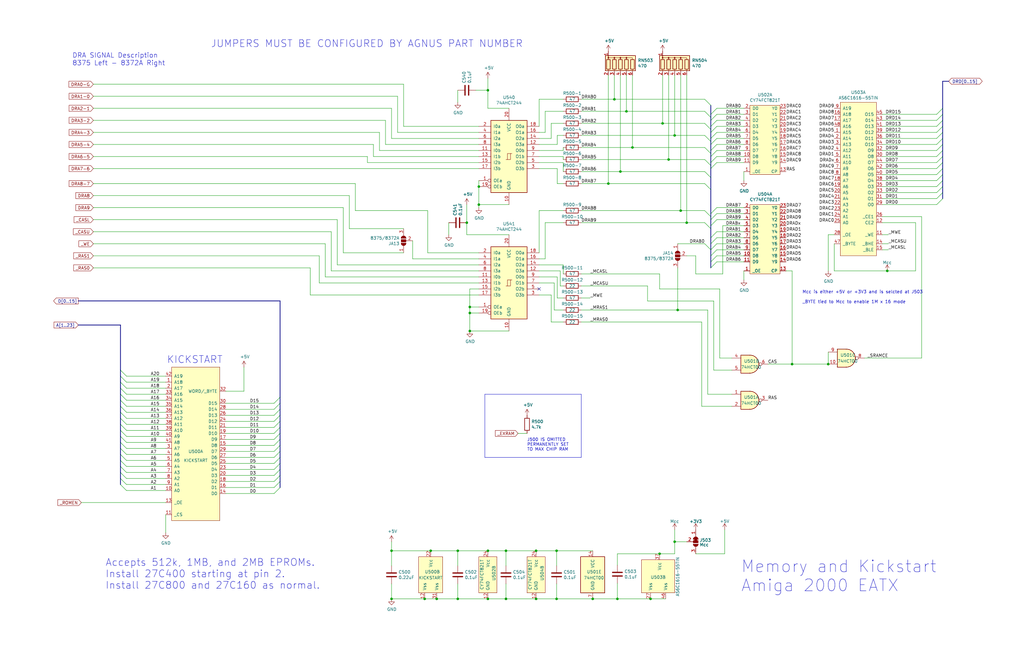
<source format=kicad_sch>
(kicad_sch (version 20230121) (generator eeschema)

  (uuid 54573ffb-ce3d-4681-a9b2-323ad1881b0e)

  (paper "B")

  (title_block
    (title "Amiga 2000 EATX")
    (date "2023-03-10")
    (rev "3.0")
  )

  

  (junction (at 234.696 232.41) (diameter 0) (color 0 0 0 0)
    (uuid 0ca740a1-36b4-40d1-bbf1-045314de91b9)
  )
  (junction (at 249.936 252.73) (diameter 0) (color 0 0 0 0)
    (uuid 0db8b229-e414-4939-ba45-b4e107f037f1)
  )
  (junction (at 198.12 139.7) (diameter 0) (color 0 0 0 0)
    (uuid 1088d984-226f-44c2-960b-7c23d3bd2934)
  )
  (junction (at 284.48 57.15) (diameter 0) (color 0 0 0 0)
    (uuid 162c45ea-e5e8-4c4a-8e15-33032f466d73)
  )
  (junction (at 281.94 67.31) (diameter 0) (color 0 0 0 0)
    (uuid 1842f988-5471-4027-9a90-2ca9d7ba0847)
  )
  (junction (at 279.4 52.07) (diameter 0) (color 0 0 0 0)
    (uuid 1a28e402-d7dc-4c0b-9a9d-3e89a777c485)
  )
  (junction (at 259.08 41.91) (diameter 0) (color 0 0 0 0)
    (uuid 1afd2ffb-1a3d-4621-b439-073bf15528ba)
  )
  (junction (at 179.07 252.73) (diameter 0) (color 0 0 0 0)
    (uuid 1d3e13a9-9031-4aac-ac5f-adbda59f2844)
  )
  (junction (at 374.142 114.3) (diameter 0) (color 0 0 0 0)
    (uuid 2771be49-7357-4dc0-97cb-d9303cad62c6)
  )
  (junction (at 226.06 232.41) (diameter 0) (color 0 0 0 0)
    (uuid 2c0cd439-24b9-49f9-aeda-95851736e85f)
  )
  (junction (at 205.74 38.1) (diameter 0) (color 0 0 0 0)
    (uuid 2cc287d2-e270-4d83-af6e-14e3b8eabca3)
  )
  (junction (at 289.56 93.98) (diameter 0) (color 0 0 0 0)
    (uuid 2dae02b2-c43b-4437-8ae9-4294d8e2f3af)
  )
  (junction (at 193.04 252.73) (diameter 0) (color 0 0 0 0)
    (uuid 3d1f7ea0-2009-4c96-a146-4f006fb38563)
  )
  (junction (at 184.15 252.73) (diameter 0) (color 0 0 0 0)
    (uuid 3fb04b0f-5a27-4910-9868-5836a0b69e5b)
  )
  (junction (at 181.61 232.41) (diameter 0) (color 0 0 0 0)
    (uuid 42826359-869c-4722-8f5e-24f3a49deeea)
  )
  (junction (at 226.06 252.73) (diameter 0) (color 0 0 0 0)
    (uuid 690cc7ae-7f46-4c64-96b2-882050b575a4)
  )
  (junction (at 256.54 77.47) (diameter 0) (color 0 0 0 0)
    (uuid 6b1a3622-42b3-4a8b-9103-08e4d9ac9561)
  )
  (junction (at 205.74 252.73) (diameter 0) (color 0 0 0 0)
    (uuid 734a78a8-b68c-4d2d-b7c4-cd62d85a041a)
  )
  (junction (at 196.85 93.98) (diameter 0) (color 0 0 0 0)
    (uuid 781d688d-a5f0-41a3-9285-65407f8bc086)
  )
  (junction (at 165.1 252.73) (diameter 0) (color 0 0 0 0)
    (uuid 79aabbe3-d2db-4f31-9683-f9ad328b07e4)
  )
  (junction (at 264.16 46.99) (diameter 0) (color 0 0 0 0)
    (uuid 81fee546-6c51-400b-9029-3fd9b15f93a7)
  )
  (junction (at 274.32 252.73) (diameter 0) (color 0 0 0 0)
    (uuid 897f5872-0610-4c08-b5e9-6235e63e7213)
  )
  (junction (at 349.25 153.67) (diameter 0) (color 0 0 0 0)
    (uuid 8aba576d-2263-4aa2-88b1-6f7a31ca4581)
  )
  (junction (at 261.62 72.39) (diameter 0) (color 0 0 0 0)
    (uuid 8ecd75ed-d515-4166-a3df-b123e23044fe)
  )
  (junction (at 198.12 129.54) (diameter 0) (color 0 0 0 0)
    (uuid 938d6c0c-68be-423e-b200-d403154a412e)
  )
  (junction (at 213.36 232.41) (diameter 0) (color 0 0 0 0)
    (uuid 9b70b254-f7ce-4b3e-8f01-9b17f7e7435c)
  )
  (junction (at 234.696 252.73) (diameter 0) (color 0 0 0 0)
    (uuid 9ef10807-d249-4042-9128-f556f63f61aa)
  )
  (junction (at 287.02 88.9) (diameter 0) (color 0 0 0 0)
    (uuid a181c57b-16fb-41ce-9b46-9c0654cbf303)
  )
  (junction (at 205.74 232.41) (diameter 0) (color 0 0 0 0)
    (uuid a1e0dd3d-5cc0-49e2-8c99-292f3a585276)
  )
  (junction (at 334.01 153.67) (diameter 0) (color 0 0 0 0)
    (uuid acec740e-08a1-4568-99b4-68ca15546da8)
  )
  (junction (at 165.1 232.41) (diameter 0) (color 0 0 0 0)
    (uuid b2654dfd-42bf-4f3e-a3fa-c525b0b7f34f)
  )
  (junction (at 284.48 228.6) (diameter 0) (color 0 0 0 0)
    (uuid bbf7c70e-0d44-48c4-ac29-7b42631d6f8a)
  )
  (junction (at 193.04 232.41) (diameter 0) (color 0 0 0 0)
    (uuid bf4b4881-6486-4a38-8ee7-6c0b76343b30)
  )
  (junction (at 278.13 233.68) (diameter 0) (color 0 0 0 0)
    (uuid ccb3af0b-ecc5-453c-a4ca-cc251e7d081a)
  )
  (junction (at 266.7 62.23) (diameter 0) (color 0 0 0 0)
    (uuid d9983ef2-0b90-43ec-8e7c-5a6db57b8bc6)
  )
  (junction (at 198.12 132.08) (diameter 0) (color 0 0 0 0)
    (uuid ded18649-4674-4bea-87aa-fd7b61e9a926)
  )
  (junction (at 285.75 130.81) (diameter 0) (color 0 0 0 0)
    (uuid e8458bb1-6617-4206-a2d8-c64646551289)
  )
  (junction (at 201.93 78.74) (diameter 0) (color 0 0 0 0)
    (uuid ea836b08-403d-4c25-9b71-5264a0063ca5)
  )
  (junction (at 260.35 252.73) (diameter 0) (color 0 0 0 0)
    (uuid ebc52bb2-eecc-49dd-b525-eae3f60523ce)
  )
  (junction (at 201.93 86.36) (diameter 0) (color 0 0 0 0)
    (uuid f5e5d3d5-99f5-4579-93ce-3717fac4167f)
  )
  (junction (at 213.36 252.73) (diameter 0) (color 0 0 0 0)
    (uuid fcbcf50f-76a8-48f0-9f8a-8fd7fc8244b8)
  )

  (no_connect (at 227.33 121.92) (uuid d5b0e754-8637-46d5-b8a9-2d4b584a8577))

  (bus_entry (at 394.97 68.58) (size 2.54 -2.54)
    (stroke (width 0) (type default))
    (uuid 015b73f1-7f76-46c1-8c33-ae5b9344d0d2)
  )
  (bus_entry (at 53.34 181.61) (size -2.54 -2.54)
    (stroke (width 0) (type default))
    (uuid 0876c4a5-ccb3-43e7-a986-6cb08c87f9c0)
  )
  (bus_entry (at 115.57 185.42) (size 2.54 -2.54)
    (stroke (width 0) (type default))
    (uuid 097a5002-4924-40db-a869-36edc80a2346)
  )
  (bus_entry (at 53.34 189.23) (size -2.54 -2.54)
    (stroke (width 0) (type default))
    (uuid 0b60df44-c178-452b-8fec-853cf9008bc6)
  )
  (bus_entry (at 115.57 203.2) (size 2.54 -2.54)
    (stroke (width 0) (type default))
    (uuid 0b7f17e1-37b7-4716-9068-35cb38eba354)
  )
  (bus_entry (at 394.97 63.5) (size 2.54 -2.54)
    (stroke (width 0) (type default))
    (uuid 0d50289a-7562-4151-86e2-a8223c996408)
  )
  (bus_entry (at 302.26 92.71) (size -2.54 2.54)
    (stroke (width 0) (type default))
    (uuid 124ddcfd-d8ef-4ef9-9321-bdbf25c5e8c6)
  )
  (bus_entry (at 302.26 55.88) (size -2.54 2.54)
    (stroke (width 0) (type default))
    (uuid 17e82589-bc5a-405d-92b8-63a09e9c90f7)
  )
  (bus_entry (at 394.97 66.04) (size 2.54 -2.54)
    (stroke (width 0) (type default))
    (uuid 1ac48cdd-e553-40df-808c-d7872aab2c85)
  )
  (bus_entry (at 53.34 173.99) (size -2.54 -2.54)
    (stroke (width 0) (type default))
    (uuid 1c3209c9-b92e-4f11-9888-3df2ece8e47e)
  )
  (bus_entry (at 302.26 48.26) (size -2.54 2.54)
    (stroke (width 0) (type default))
    (uuid 1e929b5a-4e2a-4634-8413-677f6e22281a)
  )
  (bus_entry (at 394.97 76.2) (size 2.54 -2.54)
    (stroke (width 0) (type default))
    (uuid 2138ea27-d68d-4e81-9b8a-70f702d94826)
  )
  (bus_entry (at 302.26 107.95) (size -2.54 2.54)
    (stroke (width 0) (type default))
    (uuid 255adc53-2466-4027-81a8-ee29bd809ddb)
  )
  (bus_entry (at 302.26 100.33) (size -2.54 2.54)
    (stroke (width 0) (type default))
    (uuid 2698a493-dfec-4342-b9fe-c0fd4952b720)
  )
  (bus_entry (at 115.57 198.12) (size 2.54 -2.54)
    (stroke (width 0) (type default))
    (uuid 379e1163-9339-40c8-8c81-ec259606b699)
  )
  (bus_entry (at 53.34 158.75) (size -2.54 -2.54)
    (stroke (width 0) (type default))
    (uuid 3ac94e87-2dd6-4ad0-b150-61d5e5243b26)
  )
  (bus_entry (at 297.18 72.39) (size 2.54 2.54)
    (stroke (width 0) (type default))
    (uuid 405475f6-0981-49fe-8b9e-3e9ffb4d8bac)
  )
  (bus_entry (at 115.57 195.58) (size 2.54 -2.54)
    (stroke (width 0) (type default))
    (uuid 40ce3f8e-0073-49b6-b24a-3c2cb3411d59)
  )
  (bus_entry (at 394.97 50.8) (size 2.54 -2.54)
    (stroke (width 0) (type default))
    (uuid 44fb051e-2b23-429d-b9a6-2bbacee22f64)
  )
  (bus_entry (at 394.97 83.82) (size 2.54 -2.54)
    (stroke (width 0) (type default))
    (uuid 45fa8dd5-aa25-4419-8378-5450dc735c97)
  )
  (bus_entry (at 115.57 182.88) (size 2.54 -2.54)
    (stroke (width 0) (type default))
    (uuid 4751d476-747c-4d48-b72b-9fea81da99ea)
  )
  (bus_entry (at 297.18 46.99) (size 2.54 2.54)
    (stroke (width 0) (type default))
    (uuid 4813e0be-509d-40f1-b201-934d0f2a080e)
  )
  (bus_entry (at 53.34 179.07) (size -2.54 -2.54)
    (stroke (width 0) (type default))
    (uuid 4ea50326-8a9f-487f-93bc-381f4d6996ba)
  )
  (bus_entry (at 115.57 193.04) (size 2.54 -2.54)
    (stroke (width 0) (type default))
    (uuid 555c2db3-0bd5-434b-bf20-b25204371e69)
  )
  (bus_entry (at 297.18 62.23) (size 2.54 2.54)
    (stroke (width 0) (type default))
    (uuid 5a02b1f8-b44f-4f44-ab4b-803db916c006)
  )
  (bus_entry (at 302.26 50.8) (size -2.54 2.54)
    (stroke (width 0) (type default))
    (uuid 5d8fcaa7-93b1-4a7a-be49-3835653dcdf1)
  )
  (bus_entry (at 53.34 176.53) (size -2.54 -2.54)
    (stroke (width 0) (type default))
    (uuid 5dd81be0-c7d5-43a8-90ec-bdda062e17d2)
  )
  (bus_entry (at 394.97 81.28) (size 2.54 -2.54)
    (stroke (width 0) (type default))
    (uuid 5e73933d-eff4-4f26-b827-e3d1a15d368d)
  )
  (bus_entry (at 297.18 57.15) (size 2.54 2.54)
    (stroke (width 0) (type default))
    (uuid 633b78ba-f3b1-4d91-bc8e-13d3e4a56449)
  )
  (bus_entry (at 53.34 191.77) (size -2.54 -2.54)
    (stroke (width 0) (type default))
    (uuid 65c06616-b6c3-4013-9cd3-54172a85f67b)
  )
  (bus_entry (at 115.57 177.8) (size 2.54 -2.54)
    (stroke (width 0) (type default))
    (uuid 6d03f07c-e23e-4799-a009-577da845fefb)
  )
  (bus_entry (at 394.97 71.12) (size 2.54 -2.54)
    (stroke (width 0) (type default))
    (uuid 6f04fe90-cabf-4068-8821-9427029a1779)
  )
  (bus_entry (at 302.26 102.87) (size -2.54 2.54)
    (stroke (width 0) (type default))
    (uuid 71de1ffb-c2f0-492f-a3ed-3ebebfb7b25a)
  )
  (bus_entry (at 394.97 73.66) (size 2.54 -2.54)
    (stroke (width 0) (type default))
    (uuid 73a00d0d-de63-4ba0-9810-d606e66777c7)
  )
  (bus_entry (at 53.34 204.47) (size -2.54 -2.54)
    (stroke (width 0) (type default))
    (uuid 761bd9df-88bd-4294-8f2d-1cb1171ccf2b)
  )
  (bus_entry (at 302.26 87.63) (size -2.54 2.54)
    (stroke (width 0) (type default))
    (uuid 77272cb0-a4ee-4a0d-ac0b-2c9d92c58103)
  )
  (bus_entry (at 115.57 190.5) (size 2.54 -2.54)
    (stroke (width 0) (type default))
    (uuid 77e604fd-11cb-43c3-afbc-8959b48211de)
  )
  (bus_entry (at 53.34 201.93) (size -2.54 -2.54)
    (stroke (width 0) (type default))
    (uuid 79551d81-dd37-40ef-9e39-c5953b2e53dc)
  )
  (bus_entry (at 115.57 170.18) (size 2.54 -2.54)
    (stroke (width 0) (type default))
    (uuid 7d3ebca3-2bd8-4c44-a005-0ed3300ef4fa)
  )
  (bus_entry (at 302.26 90.17) (size -2.54 2.54)
    (stroke (width 0) (type default))
    (uuid 81237050-42dd-4f50-ac49-89a72b737559)
  )
  (bus_entry (at 297.18 88.9) (size 2.54 2.54)
    (stroke (width 0) (type default))
    (uuid 812ff115-a725-42a2-b17f-b8d2492c3d91)
  )
  (bus_entry (at 297.18 52.07) (size 2.54 2.54)
    (stroke (width 0) (type default))
    (uuid 824c4ea6-f584-41fa-8ba9-5714753ed6cb)
  )
  (bus_entry (at 302.26 45.72) (size -2.54 2.54)
    (stroke (width 0) (type default))
    (uuid 82966a89-adfb-46a4-8b45-b1202320e47d)
  )
  (bus_entry (at 115.57 187.96) (size 2.54 -2.54)
    (stroke (width 0) (type default))
    (uuid 92ad84fe-e270-41f4-a590-67524b54b92d)
  )
  (bus_entry (at 302.26 68.58) (size -2.54 2.54)
    (stroke (width 0) (type default))
    (uuid 9bb0267e-a86f-4153-a8ea-6ad93ab9f6c8)
  )
  (bus_entry (at 302.26 105.41) (size -2.54 2.54)
    (stroke (width 0) (type default))
    (uuid 9e294089-5ca4-42d7-8827-c28ff0c7d8ed)
  )
  (bus_entry (at 53.34 184.15) (size -2.54 -2.54)
    (stroke (width 0) (type default))
    (uuid 9fb9d573-fc3a-4f01-ab5f-e8125096dd6d)
  )
  (bus_entry (at 394.97 48.26) (size 2.54 -2.54)
    (stroke (width 0) (type default))
    (uuid a05fc026-d96c-4578-be65-57c6ce3edb98)
  )
  (bus_entry (at 53.34 163.83) (size -2.54 -2.54)
    (stroke (width 0) (type default))
    (uuid a106dcc2-0028-4291-8a50-1ba6d6933f03)
  )
  (bus_entry (at 115.57 175.26) (size 2.54 -2.54)
    (stroke (width 0) (type default))
    (uuid a5d2523d-1f76-4a8b-bda8-f9b29336de79)
  )
  (bus_entry (at 297.18 41.91) (size 2.54 2.54)
    (stroke (width 0) (type default))
    (uuid a9d33d98-06f3-4690-8fa5-238377805069)
  )
  (bus_entry (at 115.57 200.66) (size 2.54 -2.54)
    (stroke (width 0) (type default))
    (uuid aa2ff599-df95-42af-b234-ddb82bbbc019)
  )
  (bus_entry (at 53.34 199.39) (size -2.54 -2.54)
    (stroke (width 0) (type default))
    (uuid ac5c177c-92cc-4f43-ae1c-f96b202d5acb)
  )
  (bus_entry (at 302.26 97.79) (size -2.54 2.54)
    (stroke (width 0) (type default))
    (uuid b39ae8aa-04f9-4130-8a4f-b31fd2e6d58a)
  )
  (bus_entry (at 115.57 172.72) (size 2.54 -2.54)
    (stroke (width 0) (type default))
    (uuid b42b6ae0-0389-4f38-8b9e-f67b1730d61a)
  )
  (bus_entry (at 394.97 55.88) (size 2.54 -2.54)
    (stroke (width 0) (type default))
    (uuid b50b903b-8155-4b13-8455-932ff511f7d0)
  )
  (bus_entry (at 394.97 58.42) (size 2.54 -2.54)
    (stroke (width 0) (type default))
    (uuid b7341535-484e-49cd-b0cb-f87565fb5d65)
  )
  (bus_entry (at 53.34 166.37) (size -2.54 -2.54)
    (stroke (width 0) (type default))
    (uuid bab646c3-fd12-4902-bacc-cee9976ee989)
  )
  (bus_entry (at 53.34 194.31) (size -2.54 -2.54)
    (stroke (width 0) (type default))
    (uuid bed50cc7-f909-42ce-9b3b-974108011464)
  )
  (bus_entry (at 53.34 168.91) (size -2.54 -2.54)
    (stroke (width 0) (type default))
    (uuid c3a07a03-b15e-49f6-a768-a37c791060ba)
  )
  (bus_entry (at 53.34 161.29) (size -2.54 -2.54)
    (stroke (width 0) (type default))
    (uuid c8d3928b-8f34-4f19-9620-4bc4a742642c)
  )
  (bus_entry (at 302.26 58.42) (size -2.54 2.54)
    (stroke (width 0) (type default))
    (uuid cdca6951-fe63-41db-be68-6b9630af1b46)
  )
  (bus_entry (at 53.34 207.01) (size -2.54 -2.54)
    (stroke (width 0) (type default))
    (uuid ced09df3-6d1b-4f4c-8d9f-18f6694df09c)
  )
  (bus_entry (at 53.34 186.69) (size -2.54 -2.54)
    (stroke (width 0) (type default))
    (uuid cf96c197-625f-46cf-84b4-1653860dbdd0)
  )
  (bus_entry (at 297.18 93.98) (size 2.54 2.54)
    (stroke (width 0) (type default))
    (uuid d1f3eaab-9bec-4f2c-bc3f-46fd0c02b41e)
  )
  (bus_entry (at 53.34 196.85) (size -2.54 -2.54)
    (stroke (width 0) (type default))
    (uuid d5f5c298-9f44-4c0a-aea6-8016772b371c)
  )
  (bus_entry (at 302.26 110.49) (size -2.54 2.54)
    (stroke (width 0) (type default))
    (uuid d787161a-515f-4be4-886e-d3b3a7bb3831)
  )
  (bus_entry (at 297.18 102.87) (size 2.54 2.54)
    (stroke (width 0) (type default))
    (uuid dd91890d-7510-4fbc-a3cc-03a5daa60b36)
  )
  (bus_entry (at 302.26 63.5) (size -2.54 2.54)
    (stroke (width 0) (type default))
    (uuid de796e1f-8cfe-420c-b3bf-bf63111b59ff)
  )
  (bus_entry (at 53.34 171.45) (size -2.54 -2.54)
    (stroke (width 0) (type default))
    (uuid df61cb3c-3404-4f6f-acba-07329dded275)
  )
  (bus_entry (at 115.57 208.28) (size 2.54 -2.54)
    (stroke (width 0) (type default))
    (uuid e5b01e38-b4a7-42cf-a2c3-5dcc64e5a0f1)
  )
  (bus_entry (at 302.26 60.96) (size -2.54 2.54)
    (stroke (width 0) (type default))
    (uuid e6836393-a261-4fb7-af60-fab3989cdddf)
  )
  (bus_entry (at 394.97 78.74) (size 2.54 -2.54)
    (stroke (width 0) (type default))
    (uuid e6b68a89-fef7-464f-ad77-d30e4794c9a7)
  )
  (bus_entry (at 394.97 60.96) (size 2.54 -2.54)
    (stroke (width 0) (type default))
    (uuid ead91994-25a6-4655-a39f-806ebdf1a1e8)
  )
  (bus_entry (at 302.26 53.34) (size -2.54 2.54)
    (stroke (width 0) (type default))
    (uuid ebabcb01-aebf-456a-bc70-1a42c57ed948)
  )
  (bus_entry (at 394.97 86.36) (size 2.54 -2.54)
    (stroke (width 0) (type default))
    (uuid f0650fde-d26b-42ed-87ab-6450c6f95205)
  )
  (bus_entry (at 115.57 205.74) (size 2.54 -2.54)
    (stroke (width 0) (type default))
    (uuid f4e11ff7-d0b4-47ef-a2fd-1008b8dc4b11)
  )
  (bus_entry (at 302.26 66.04) (size -2.54 2.54)
    (stroke (width 0) (type default))
    (uuid f4f09a06-ad43-4579-a6a4-bd620da1b2e7)
  )
  (bus_entry (at 297.18 67.31) (size 2.54 2.54)
    (stroke (width 0) (type default))
    (uuid f6622b3a-ea4b-4bac-91ca-babd97208310)
  )
  (bus_entry (at 394.97 53.34) (size 2.54 -2.54)
    (stroke (width 0) (type default))
    (uuid f8fb6d17-d57a-46ff-8617-57f39daf54cd)
  )
  (bus_entry (at 115.57 180.34) (size 2.54 -2.54)
    (stroke (width 0) (type default))
    (uuid fb5381aa-74fc-4d4a-ad97-446a46ea816b)
  )
  (bus_entry (at 297.18 77.47) (size 2.54 2.54)
    (stroke (width 0) (type default))
    (uuid fd27108a-4c9a-459e-90cf-05d12a46ae68)
  )

  (wire (pts (xy 313.69 90.17) (xy 302.26 90.17))
    (stroke (width 0) (type default))
    (uuid 004fed43-9d3b-4a9e-85dd-51b6213e0757)
  )
  (bus (pts (xy 397.51 48.26) (xy 397.51 50.8))
    (stroke (width 0) (type default))
    (uuid 00a81c61-0eea-42aa-ab8e-0f5c3195deca)
  )

  (wire (pts (xy 237.49 67.31) (xy 237.49 66.04))
    (stroke (width 0) (type default))
    (uuid 01017e2e-7e04-46f8-b420-3c8de0bd4068)
  )
  (wire (pts (xy 233.68 119.38) (xy 233.68 130.81))
    (stroke (width 0) (type default))
    (uuid 02bce3f5-8b72-41d1-bdc6-91ac49c1f8a2)
  )
  (wire (pts (xy 144.78 106.68) (xy 144.78 87.63))
    (stroke (width 0) (type default))
    (uuid 02d5557c-d172-40a7-9261-68335f398bf6)
  )
  (wire (pts (xy 372.11 55.88) (xy 394.97 55.88))
    (stroke (width 0) (type default))
    (uuid 046a77a1-edfd-490d-86bc-8e09f3542d50)
  )
  (polyline (pts (xy 245.11 193.04) (xy 245.11 166.37))
    (stroke (width 0) (type default))
    (uuid 050a66c1-69c7-457a-ad4b-3292fc07af77)
  )

  (wire (pts (xy 279.4 52.07) (xy 297.18 52.07))
    (stroke (width 0) (type default))
    (uuid 052348aa-a035-4602-a501-ab761a0323bb)
  )
  (wire (pts (xy 196.85 99.06) (xy 196.85 93.98))
    (stroke (width 0) (type default))
    (uuid 066f179b-a60c-4720-a197-fb6e7d91b12b)
  )
  (bus (pts (xy 397.51 73.66) (xy 397.51 76.2))
    (stroke (width 0) (type default))
    (uuid 068e48c3-dc60-49bf-b958-edb55592a7c8)
  )

  (wire (pts (xy 372.11 73.66) (xy 394.97 73.66))
    (stroke (width 0) (type default))
    (uuid 06aa28e6-9813-416a-bdd0-4be4eceeb084)
  )
  (wire (pts (xy 313.69 72.39) (xy 313.69 76.2))
    (stroke (width 0) (type default))
    (uuid 0942f3ec-9507-4671-9458-80765d36420c)
  )
  (wire (pts (xy 53.34 171.45) (xy 69.85 171.45))
    (stroke (width 0) (type default))
    (uuid 09ce850f-c3cc-4ab1-b20c-d36755c76d0b)
  )
  (wire (pts (xy 256.54 77.47) (xy 297.18 77.47))
    (stroke (width 0) (type default))
    (uuid 0b6b8a65-36b7-473f-8284-cef3e6d56e01)
  )
  (wire (pts (xy 313.69 107.95) (xy 302.26 107.95))
    (stroke (width 0) (type default))
    (uuid 0bda6404-7330-4e41-8433-2e3d6a4db21e)
  )
  (bus (pts (xy 118.11 198.12) (xy 118.11 200.66))
    (stroke (width 0) (type default))
    (uuid 0e901e96-96d4-4f43-8fb9-bdbbc7817888)
  )

  (wire (pts (xy 95.25 177.8) (xy 115.57 177.8))
    (stroke (width 0) (type default))
    (uuid 0fcbd0ce-e388-4bdf-b297-2aeb731eee51)
  )
  (wire (pts (xy 198.12 132.08) (xy 201.93 132.08))
    (stroke (width 0) (type default))
    (uuid 10064245-f44e-4519-844b-4d9036b42cc4)
  )
  (wire (pts (xy 149.86 88.9) (xy 149.86 77.47))
    (stroke (width 0) (type default))
    (uuid 10eca36f-3b21-4d6c-a447-31594d80cfe9)
  )
  (wire (pts (xy 53.34 186.69) (xy 69.85 186.69))
    (stroke (width 0) (type default))
    (uuid 112eecdc-dc4d-4338-b889-0677102e00d5)
  )
  (wire (pts (xy 165.1 246.38) (xy 165.1 252.73))
    (stroke (width 0) (type default))
    (uuid 1239e429-8066-4a3c-b43d-7045ba98d900)
  )
  (wire (pts (xy 372.11 60.96) (xy 394.97 60.96))
    (stroke (width 0) (type default))
    (uuid 12dcb560-f7fc-43b6-8d89-a1d0f3ffa41b)
  )
  (wire (pts (xy 189.23 99.06) (xy 189.23 93.98))
    (stroke (width 0) (type default))
    (uuid 1338ece6-4439-4ac0-b894-f27f48c05952)
  )
  (bus (pts (xy 299.72 48.26) (xy 299.72 49.53))
    (stroke (width 0) (type default))
    (uuid 142f22a1-8519-463a-9b9f-70e79ee1edd9)
  )

  (wire (pts (xy 313.69 58.42) (xy 302.26 58.42))
    (stroke (width 0) (type default))
    (uuid 143cda5c-0f49-4098-a2b5-fef90ece5535)
  )
  (wire (pts (xy 198.12 121.92) (xy 198.12 129.54))
    (stroke (width 0) (type default))
    (uuid 1507a2b6-0d24-4768-8d29-260003092cd8)
  )
  (wire (pts (xy 137.16 116.84) (xy 137.16 102.87))
    (stroke (width 0) (type default))
    (uuid 15300b75-de6f-4e40-a011-26e1af7e62fe)
  )
  (bus (pts (xy 50.8 137.16) (xy 33.02 137.16))
    (stroke (width 0) (type default))
    (uuid 155a8481-af40-4946-83e2-ac4a50bf2fef)
  )

  (wire (pts (xy 53.34 173.99) (xy 69.85 173.99))
    (stroke (width 0) (type default))
    (uuid 163727c4-524f-45e4-a8fc-2d2f08415f96)
  )
  (wire (pts (xy 69.85 176.53) (xy 53.34 176.53))
    (stroke (width 0) (type default))
    (uuid 17361c43-bc19-4b4c-863b-7a21ea6845ac)
  )
  (wire (pts (xy 372.11 83.82) (xy 394.97 83.82))
    (stroke (width 0) (type default))
    (uuid 182855b8-e500-4068-b035-17ab044e57fc)
  )
  (wire (pts (xy 245.11 120.65) (xy 273.05 120.65))
    (stroke (width 0) (type default))
    (uuid 1844276e-9f19-4020-b919-eda492de183e)
  )
  (wire (pts (xy 233.68 130.81) (xy 237.49 130.81))
    (stroke (width 0) (type default))
    (uuid 18d44617-d832-4173-b8fc-a4cbb8cac8aa)
  )
  (wire (pts (xy 95.25 203.2) (xy 115.57 203.2))
    (stroke (width 0) (type default))
    (uuid 1b1677e8-f6a9-4ff3-8529-641881423a23)
  )
  (wire (pts (xy 287.02 31.75) (xy 287.02 88.9))
    (stroke (width 0) (type default))
    (uuid 1beda577-0b4c-4b66-914a-a72883761bb5)
  )
  (wire (pts (xy 245.11 135.89) (xy 295.91 135.89))
    (stroke (width 0) (type default))
    (uuid 1d8f1c80-7e61-4177-aa6c-d848e58ccf25)
  )
  (wire (pts (xy 149.86 77.47) (xy 39.37 77.47))
    (stroke (width 0) (type default))
    (uuid 1e5e839e-5fb8-4a8b-bfae-aeaac21ea943)
  )
  (wire (pts (xy 249.936 252.73) (xy 260.35 252.73))
    (stroke (width 0) (type default))
    (uuid 1e702f41-fe34-4f58-a0b1-d1e5f7d681ef)
  )
  (wire (pts (xy 302.26 60.96) (xy 313.69 60.96))
    (stroke (width 0) (type default))
    (uuid 1ff9db15-292c-4a51-8574-04fcc7369864)
  )
  (wire (pts (xy 349.25 99.06) (xy 349.25 114.3))
    (stroke (width 0) (type default))
    (uuid 228a5c78-1d88-4c6a-93fa-dd90db938aab)
  )
  (polyline (pts (xy 204.47 166.37) (xy 204.47 193.04))
    (stroke (width 0) (type default))
    (uuid 236ab4f7-3966-41c9-ade1-e784a13aeb84)
  )

  (wire (pts (xy 229.87 46.99) (xy 237.49 46.99))
    (stroke (width 0) (type default))
    (uuid 23d22e17-44e2-4001-b256-c4ecaef08a57)
  )
  (wire (pts (xy 213.36 232.41) (xy 205.74 232.41))
    (stroke (width 0) (type default))
    (uuid 23d4fb2f-744c-4dc6-97e4-752a283c85cf)
  )
  (wire (pts (xy 237.49 72.39) (xy 237.49 68.58))
    (stroke (width 0) (type default))
    (uuid 23d731d9-1a6a-49ce-a6fd-7809fd685f81)
  )
  (wire (pts (xy 305.562 223.52) (xy 305.562 233.68))
    (stroke (width 0) (type default))
    (uuid 23da0232-ad4f-47a8-85e3-4e378f634b6e)
  )
  (wire (pts (xy 237.49 111.76) (xy 227.33 111.76))
    (stroke (width 0) (type default))
    (uuid 23e4849f-643f-4a2c-8ae6-979c4c7de79c)
  )
  (wire (pts (xy 53.34 184.15) (xy 69.85 184.15))
    (stroke (width 0) (type default))
    (uuid 23fc32cb-764b-435b-b88a-e43cb9315adc)
  )
  (wire (pts (xy 372.11 53.34) (xy 394.97 53.34))
    (stroke (width 0) (type default))
    (uuid 24d59ef0-cc1d-48a3-8ace-8e8c94db6b00)
  )
  (bus (pts (xy 299.72 110.49) (xy 299.72 113.03))
    (stroke (width 0) (type default))
    (uuid 25247e20-fed8-4aef-87a2-691f0dfd9d0b)
  )

  (wire (pts (xy 53.34 194.31) (xy 69.85 194.31))
    (stroke (width 0) (type default))
    (uuid 25adfbea-75b8-4cfe-863f-801c12050c3f)
  )
  (bus (pts (xy 299.72 102.87) (xy 299.72 105.41))
    (stroke (width 0) (type default))
    (uuid 25fa2014-ed75-45b1-a0a0-6201e9f2955d)
  )
  (bus (pts (xy 299.72 71.12) (xy 299.72 74.93))
    (stroke (width 0) (type default))
    (uuid 25ff7525-0a04-4b44-8789-2a4cdd0c56b8)
  )

  (wire (pts (xy 245.11 46.99) (xy 264.16 46.99))
    (stroke (width 0) (type default))
    (uuid 2693a565-a903-4724-ab42-792920cfe410)
  )
  (wire (pts (xy 226.06 232.41) (xy 213.36 232.41))
    (stroke (width 0) (type default))
    (uuid 27f57b8f-fd33-4192-981c-262bc73439fc)
  )
  (wire (pts (xy 201.93 119.38) (xy 134.62 119.38))
    (stroke (width 0) (type default))
    (uuid 283ce4bc-4056-45ec-bcfd-3ad8a51bacb1)
  )
  (wire (pts (xy 245.11 115.57) (xy 278.13 115.57))
    (stroke (width 0) (type default))
    (uuid 2922f094-96a1-423c-83c6-bd7b568b0daf)
  )
  (wire (pts (xy 245.11 41.91) (xy 259.08 41.91))
    (stroke (width 0) (type default))
    (uuid 29bda76d-1c9a-4123-9134-b63593cfcb6e)
  )
  (wire (pts (xy 201.93 78.74) (xy 201.93 86.36))
    (stroke (width 0) (type default))
    (uuid 2a5c4cd5-7df4-42c6-8256-ab8a32f36427)
  )
  (wire (pts (xy 157.48 66.04) (xy 157.48 60.96))
    (stroke (width 0) (type default))
    (uuid 2a6eb6cd-3edb-440e-9582-1e00a35dd1cd)
  )
  (bus (pts (xy 50.8 184.15) (xy 50.8 186.69))
    (stroke (width 0) (type default))
    (uuid 2aa1ace5-0e11-421f-9cb4-cd1644375117)
  )
  (bus (pts (xy 299.72 63.5) (xy 299.72 64.77))
    (stroke (width 0) (type default))
    (uuid 2afe5c66-49ad-4cff-8b9e-9cbd2a274a65)
  )

  (wire (pts (xy 372.11 71.12) (xy 394.97 71.12))
    (stroke (width 0) (type default))
    (uuid 2b1e177c-94b0-4bd5-935b-8f197c880d8e)
  )
  (wire (pts (xy 284.48 228.6) (xy 284.48 233.68))
    (stroke (width 0) (type default))
    (uuid 2c85dcc1-8573-4de4-92c3-5324f857016b)
  )
  (wire (pts (xy 201.93 114.3) (xy 139.7 114.3))
    (stroke (width 0) (type default))
    (uuid 2dcc51ff-3994-4d97-921b-7b974cd3f2cc)
  )
  (polyline (pts (xy 204.47 193.04) (xy 245.11 193.04))
    (stroke (width 0) (type default))
    (uuid 2e5cda44-45ec-435f-91c2-4acd91f9cff3)
  )

  (wire (pts (xy 130.81 113.03) (xy 39.37 113.03))
    (stroke (width 0) (type default))
    (uuid 2e97e645-62cb-4956-8f86-b804820ac61d)
  )
  (wire (pts (xy 313.69 87.63) (xy 302.26 87.63))
    (stroke (width 0) (type default))
    (uuid 306c6898-54ab-45ec-a45d-9ba8f8ea2d20)
  )
  (bus (pts (xy 299.72 69.85) (xy 299.72 71.12))
    (stroke (width 0) (type default))
    (uuid 30a8ecca-2871-4390-95a9-525d998872d0)
  )

  (wire (pts (xy 201.93 76.2) (xy 201.93 78.74))
    (stroke (width 0) (type default))
    (uuid 30f37691-2fef-463f-bf4f-ed8a20f703bd)
  )
  (wire (pts (xy 162.56 60.96) (xy 201.93 60.96))
    (stroke (width 0) (type default))
    (uuid 322211b8-75c4-46ca-bf73-212f261a1045)
  )
  (bus (pts (xy 118.11 195.58) (xy 118.11 198.12))
    (stroke (width 0) (type default))
    (uuid 33246d7a-3b2e-4f17-b5c7-b993fe7c3a3c)
  )

  (wire (pts (xy 331.47 114.3) (xy 334.01 114.3))
    (stroke (width 0) (type default))
    (uuid 33f8db3c-1ed9-4b63-860d-153c4632464b)
  )
  (bus (pts (xy 299.72 80.01) (xy 299.72 90.17))
    (stroke (width 0) (type default))
    (uuid 3560ec9c-82c6-4bb6-925d-ddbf28ac99f5)
  )
  (bus (pts (xy 50.8 156.21) (xy 50.8 158.75))
    (stroke (width 0) (type default))
    (uuid 359820f2-feb1-4645-a66c-d69b77a9d00e)
  )

  (wire (pts (xy 170.18 53.34) (xy 201.93 53.34))
    (stroke (width 0) (type default))
    (uuid 36fab391-a4b5-4408-94ad-bebf5eaffb46)
  )
  (wire (pts (xy 295.91 135.89) (xy 295.91 171.45))
    (stroke (width 0) (type default))
    (uuid 3733cd0e-a475-48ce-a5f7-e7c553b27902)
  )
  (wire (pts (xy 173.99 101.6) (xy 173.99 109.22))
    (stroke (width 0) (type default))
    (uuid 37463007-3916-4c16-a4a9-6d90aef470a0)
  )
  (wire (pts (xy 261.62 72.39) (xy 297.18 72.39))
    (stroke (width 0) (type default))
    (uuid 378614f7-b6b7-4260-8afe-1c5fa37ed0aa)
  )
  (wire (pts (xy 236.22 114.3) (xy 236.22 120.65))
    (stroke (width 0) (type default))
    (uuid 38176539-cb44-4e32-bc25-c4eb4480bce9)
  )
  (wire (pts (xy 53.34 204.47) (xy 69.85 204.47))
    (stroke (width 0) (type default))
    (uuid 38c591b1-c8c1-4976-9bb2-792aa9b316cf)
  )
  (wire (pts (xy 201.93 106.68) (xy 180.34 106.68))
    (stroke (width 0) (type default))
    (uuid 39e1a0d3-1a1f-44e3-b21e-75c3b9390a0f)
  )
  (wire (pts (xy 273.05 127) (xy 273.05 120.65))
    (stroke (width 0) (type default))
    (uuid 3a085c02-1f50-4f72-856f-dfd67da2530d)
  )
  (wire (pts (xy 213.36 246.38) (xy 213.36 252.73))
    (stroke (width 0) (type default))
    (uuid 3a6264e7-58fe-4fb5-9dfc-0baa0d1ef82f)
  )
  (wire (pts (xy 234.696 232.41) (xy 249.936 232.41))
    (stroke (width 0) (type default))
    (uuid 3a963aaf-56db-4c10-94df-e67a57ffb4bf)
  )
  (wire (pts (xy 160.02 63.5) (xy 160.02 55.88))
    (stroke (width 0) (type default))
    (uuid 3ac0217e-48f6-4d8b-91ef-976820e64bc2)
  )
  (bus (pts (xy 299.72 66.04) (xy 299.72 68.58))
    (stroke (width 0) (type default))
    (uuid 3add4b8a-998a-4d16-aa88-0e47451e8f19)
  )

  (wire (pts (xy 388.62 91.44) (xy 388.62 151.13))
    (stroke (width 0) (type default))
    (uuid 3af5e2a0-e86e-4270-ab72-58074ace52ec)
  )
  (wire (pts (xy 289.56 107.95) (xy 293.37 107.95))
    (stroke (width 0) (type default))
    (uuid 3b051965-b722-488d-9a12-3a4aa2059683)
  )
  (wire (pts (xy 53.34 161.29) (xy 69.85 161.29))
    (stroke (width 0) (type default))
    (uuid 3b7c9fad-bb01-4aa7-8708-bf69813c1ed1)
  )
  (bus (pts (xy 118.11 127) (xy 33.02 127))
    (stroke (width 0) (type default))
    (uuid 3ce319f9-f200-4b3c-9545-cf2f2815f941)
  )

  (wire (pts (xy 227.33 41.91) (xy 227.33 53.34))
    (stroke (width 0) (type default))
    (uuid 3d111b1c-265b-4969-bdd4-228eb70572ff)
  )
  (wire (pts (xy 372.11 48.26) (xy 394.97 48.26))
    (stroke (width 0) (type default))
    (uuid 3d9676ed-b9d6-42a2-8186-b5e519a483ff)
  )
  (wire (pts (xy 201.93 121.92) (xy 198.12 121.92))
    (stroke (width 0) (type default))
    (uuid 3dbe5ca5-b078-4b01-a106-3f28c81df3ed)
  )
  (wire (pts (xy 313.69 53.34) (xy 302.26 53.34))
    (stroke (width 0) (type default))
    (uuid 3dfeffc1-93fa-4381-bbbd-e37e48822fcf)
  )
  (wire (pts (xy 139.7 114.3) (xy 139.7 97.79))
    (stroke (width 0) (type default))
    (uuid 3ea7cd5d-c011-4432-a2d2-c1d382ef2c36)
  )
  (wire (pts (xy 149.86 88.9) (xy 180.34 88.9))
    (stroke (width 0) (type default))
    (uuid 3ec80113-ed8f-4218-9b77-b269cad2b79e)
  )
  (bus (pts (xy 50.8 189.23) (xy 50.8 191.77))
    (stroke (width 0) (type default))
    (uuid 3f4e77fb-7360-4240-a587-956f4ecb0a2a)
  )

  (wire (pts (xy 160.02 55.88) (xy 39.37 55.88))
    (stroke (width 0) (type default))
    (uuid 3f70faea-5f4d-4142-81ab-141217479b38)
  )
  (wire (pts (xy 293.37 233.68) (xy 305.562 233.68))
    (stroke (width 0) (type default))
    (uuid 414e86ba-6fa9-4691-8a93-ca5289dee042)
  )
  (wire (pts (xy 259.08 31.75) (xy 259.08 41.91))
    (stroke (width 0) (type default))
    (uuid 41e242a8-653f-4b41-be09-76416e7f99b0)
  )
  (wire (pts (xy 264.16 46.99) (xy 297.18 46.99))
    (stroke (width 0) (type default))
    (uuid 43e6e5fe-6c0f-4be1-ba9f-347df1a1eb7f)
  )
  (wire (pts (xy 227.33 71.12) (xy 234.95 71.12))
    (stroke (width 0) (type default))
    (uuid 4486f576-1ab3-4b9a-bf38-1ec6008afdd8)
  )
  (bus (pts (xy 397.51 45.72) (xy 397.51 48.26))
    (stroke (width 0) (type default))
    (uuid 45e60c75-f2f8-46d9-a72e-644854a9e6d8)
  )

  (wire (pts (xy 284.48 57.15) (xy 297.18 57.15))
    (stroke (width 0) (type default))
    (uuid 46c4763d-82a7-4061-9b7d-ee1ae8336af6)
  )
  (wire (pts (xy 184.15 252.73) (xy 179.07 252.73))
    (stroke (width 0) (type default))
    (uuid 472d33b2-6370-4ce7-922d-ad01168aa45a)
  )
  (bus (pts (xy 397.51 68.58) (xy 397.51 71.12))
    (stroke (width 0) (type default))
    (uuid 48788098-e952-4a91-ad75-4d785cd7305f)
  )

  (wire (pts (xy 53.34 199.39) (xy 69.85 199.39))
    (stroke (width 0) (type default))
    (uuid 49c969b2-14f5-41e5-9392-9435c2334743)
  )
  (wire (pts (xy 205.74 45.72) (xy 214.63 45.72))
    (stroke (width 0) (type default))
    (uuid 4bbe2df8-b85e-4d51-851d-dfb731333444)
  )
  (wire (pts (xy 53.34 179.07) (xy 69.85 179.07))
    (stroke (width 0) (type default))
    (uuid 4c4c966a-ccb1-4b12-8249-25fb5623b271)
  )
  (bus (pts (xy 118.11 167.64) (xy 118.11 170.18))
    (stroke (width 0) (type default))
    (uuid 4cd3ccc1-4ef7-4802-a340-bac340216780)
  )

  (wire (pts (xy 167.64 55.88) (xy 201.93 55.88))
    (stroke (width 0) (type default))
    (uuid 4d855cd3-c9a2-4833-a804-9e98ccad5050)
  )
  (wire (pts (xy 313.69 92.71) (xy 302.26 92.71))
    (stroke (width 0) (type default))
    (uuid 4e069173-01b0-43b3-a7d0-ba660a1bed08)
  )
  (wire (pts (xy 147.32 82.55) (xy 39.37 82.55))
    (stroke (width 0) (type default))
    (uuid 4e1b4eda-47b9-47f6-a730-e8cd87a02b42)
  )
  (bus (pts (xy 118.11 170.18) (xy 118.11 172.72))
    (stroke (width 0) (type default))
    (uuid 4ff53816-aee6-46ac-a7e5-a8c7b98d90c5)
  )

  (wire (pts (xy 313.69 110.49) (xy 302.26 110.49))
    (stroke (width 0) (type default))
    (uuid 502b1bf0-52b3-4c3c-aac9-0e4c170e9298)
  )
  (wire (pts (xy 134.62 107.95) (xy 39.37 107.95))
    (stroke (width 0) (type default))
    (uuid 51e11c86-2021-47e5-b6a9-8e4de38ee19a)
  )
  (wire (pts (xy 201.93 124.46) (xy 130.81 124.46))
    (stroke (width 0) (type default))
    (uuid 53f7c5e5-554e-4c31-ac10-2334e7b21464)
  )
  (bus (pts (xy 299.72 92.71) (xy 299.72 95.25))
    (stroke (width 0) (type default))
    (uuid 5462ef02-67cd-4eaa-a225-32ec6bf08452)
  )
  (bus (pts (xy 397.51 76.2) (xy 397.51 78.74))
    (stroke (width 0) (type default))
    (uuid 54e45d19-92a1-4f40-90c5-ce84ecf294e2)
  )
  (bus (pts (xy 50.8 158.75) (xy 50.8 161.29))
    (stroke (width 0) (type default))
    (uuid 55faeb81-d8b6-4c32-9048-92fbefa492e2)
  )
  (bus (pts (xy 299.72 53.34) (xy 299.72 54.61))
    (stroke (width 0) (type default))
    (uuid 5689710f-dff4-4e52-bb3d-afc0dc34ec4a)
  )

  (wire (pts (xy 237.49 41.91) (xy 227.33 41.91))
    (stroke (width 0) (type default))
    (uuid 5728be95-99a9-4f3b-b051-77778b524c3f)
  )
  (wire (pts (xy 95.25 170.18) (xy 115.57 170.18))
    (stroke (width 0) (type default))
    (uuid 57407aad-3291-4e92-a9d8-f5a4d44cd213)
  )
  (bus (pts (xy 118.11 182.88) (xy 118.11 185.42))
    (stroke (width 0) (type default))
    (uuid 5768d121-79a4-48a8-a3cf-7ba1146e5b5e)
  )

  (wire (pts (xy 144.78 106.68) (xy 170.18 106.68))
    (stroke (width 0) (type default))
    (uuid 576f65a7-90d0-4161-9b13-c2c3a66656ec)
  )
  (wire (pts (xy 147.32 96.52) (xy 170.18 96.52))
    (stroke (width 0) (type default))
    (uuid 57ede974-4c23-4ebb-9a62-bd747d600229)
  )
  (wire (pts (xy 245.11 125.73) (xy 248.92 125.73))
    (stroke (width 0) (type default))
    (uuid 5882f26b-974f-49f7-b119-996e7f3c1022)
  )
  (bus (pts (xy 118.11 175.26) (xy 118.11 177.8))
    (stroke (width 0) (type default))
    (uuid 58e081a8-9d98-4dc2-a920-1d7daddbbe18)
  )

  (wire (pts (xy 142.24 111.76) (xy 142.24 92.71))
    (stroke (width 0) (type default))
    (uuid 591c3ee0-a340-48e3-9e4b-94276eedaad5)
  )
  (wire (pts (xy 300.99 127) (xy 273.05 127))
    (stroke (width 0) (type default))
    (uuid 59f13ad9-88e3-4d68-822f-9a5a804baf39)
  )
  (wire (pts (xy 34.29 212.09) (xy 69.85 212.09))
    (stroke (width 0) (type default))
    (uuid 5a13bcc5-69ae-4f9d-932e-2ab16c0ab386)
  )
  (bus (pts (xy 397.51 50.8) (xy 397.51 53.34))
    (stroke (width 0) (type default))
    (uuid 5bb48ed5-e696-41e6-bcbe-e4d509458131)
  )
  (bus (pts (xy 299.72 55.88) (xy 299.72 58.42))
    (stroke (width 0) (type default))
    (uuid 5bdf0a4e-12c8-41aa-a086-cf43a72e5818)
  )

  (wire (pts (xy 115.57 205.74) (xy 95.25 205.74))
    (stroke (width 0) (type default))
    (uuid 5c4b51e2-b5c8-4462-8b3a-d24a8cac6a4b)
  )
  (wire (pts (xy 226.06 252.73) (xy 213.36 252.73))
    (stroke (width 0) (type default))
    (uuid 5d5e2fb5-c17d-459d-9c75-2359b46a998c)
  )
  (bus (pts (xy 50.8 161.29) (xy 50.8 163.83))
    (stroke (width 0) (type default))
    (uuid 5da84e4d-ad60-4693-b114-d1b62cf1928f)
  )

  (polyline (pts (xy 245.11 166.37) (xy 204.47 166.37))
    (stroke (width 0) (type default))
    (uuid 5e10e7fd-0add-4a8b-aab1-414e5d5b8250)
  )

  (wire (pts (xy 303.53 151.13) (xy 308.61 151.13))
    (stroke (width 0) (type default))
    (uuid 5e38387c-fdd7-4dae-a59f-5243d6ed12d0)
  )
  (wire (pts (xy 372.11 86.36) (xy 394.97 86.36))
    (stroke (width 0) (type default))
    (uuid 5ea58a23-15b8-4d76-afc0-da4d27d8fd1e)
  )
  (wire (pts (xy 245.11 130.81) (xy 285.75 130.81))
    (stroke (width 0) (type default))
    (uuid 5feac3b9-579c-461f-b89f-814954f7248d)
  )
  (bus (pts (xy 50.8 199.39) (xy 50.8 201.93))
    (stroke (width 0) (type default))
    (uuid 61611f7f-1bec-4286-959f-ef26ef7ddeaf)
  )

  (wire (pts (xy 142.24 92.71) (xy 39.37 92.71))
    (stroke (width 0) (type default))
    (uuid 62397021-241e-4dc9-90f1-c5be66566f2f)
  )
  (wire (pts (xy 227.33 124.46) (xy 232.41 124.46))
    (stroke (width 0) (type default))
    (uuid 63646e52-386a-4d0a-aff1-2505b9f325c5)
  )
  (wire (pts (xy 165.1 58.42) (xy 201.93 58.42))
    (stroke (width 0) (type default))
    (uuid 639f4381-8847-4f04-82d5-29726dd86ff3)
  )
  (wire (pts (xy 386.08 114.3) (xy 386.08 93.98))
    (stroke (width 0) (type default))
    (uuid 63a5488e-00ef-4259-a23a-d740a5221414)
  )
  (wire (pts (xy 313.69 97.79) (xy 302.26 97.79))
    (stroke (width 0) (type default))
    (uuid 63acb5eb-fa60-45cd-a2b1-3d08dfa849fb)
  )
  (wire (pts (xy 372.11 78.74) (xy 394.97 78.74))
    (stroke (width 0) (type default))
    (uuid 657c33f9-1dc3-4577-aefc-63804c3c8ea1)
  )
  (wire (pts (xy 196.85 99.06) (xy 214.63 99.06))
    (stroke (width 0) (type default))
    (uuid 65c45779-76cf-453c-9cf3-2fd070c6ba85)
  )
  (bus (pts (xy 118.11 172.72) (xy 118.11 175.26))
    (stroke (width 0) (type default))
    (uuid 65e1e25b-200c-49ca-b816-11e6c895119d)
  )

  (wire (pts (xy 323.85 153.67) (xy 334.01 153.67))
    (stroke (width 0) (type default))
    (uuid 65f154a7-6c5f-4232-bd12-02766de80b62)
  )
  (wire (pts (xy 165.1 58.42) (xy 165.1 45.72))
    (stroke (width 0) (type default))
    (uuid 66b45847-0790-4c71-b56f-39f3a800b185)
  )
  (wire (pts (xy 213.36 238.76) (xy 213.36 232.41))
    (stroke (width 0) (type default))
    (uuid 66dc1c33-0056-43df-976f-f5c3cc77b277)
  )
  (wire (pts (xy 227.33 63.5) (xy 237.49 63.5))
    (stroke (width 0) (type default))
    (uuid 66ee0726-b759-4903-9455-a4839a450a83)
  )
  (bus (pts (xy 50.8 137.16) (xy 50.8 156.21))
    (stroke (width 0) (type default))
    (uuid 678c8470-1e0e-4f37-abe0-22ccc45a38cd)
  )
  (bus (pts (xy 397.51 63.5) (xy 397.51 66.04))
    (stroke (width 0) (type default))
    (uuid 67a11849-5ec6-4e1b-9229-1e0f5855cf2d)
  )

  (wire (pts (xy 303.53 121.92) (xy 278.13 121.92))
    (stroke (width 0) (type default))
    (uuid 689f8c2f-e502-4f02-874b-d6fdf0ce0622)
  )
  (wire (pts (xy 53.34 158.75) (xy 69.85 158.75))
    (stroke (width 0) (type default))
    (uuid 69370de8-6f62-4f54-bd4b-cff2583218fe)
  )
  (wire (pts (xy 260.35 246.126) (xy 260.35 252.73))
    (stroke (width 0) (type default))
    (uuid 6b3537df-3c3e-46b3-8791-83601044db4e)
  )
  (wire (pts (xy 281.94 67.31) (xy 297.18 67.31))
    (stroke (width 0) (type default))
    (uuid 6c96de5a-2468-47c8-a64b-1136c7f325ef)
  )
  (wire (pts (xy 53.34 166.37) (xy 69.85 166.37))
    (stroke (width 0) (type default))
    (uuid 6ca023cf-10d5-4f9e-b613-61ee550108fa)
  )
  (wire (pts (xy 313.69 105.41) (xy 302.26 105.41))
    (stroke (width 0) (type default))
    (uuid 6d3edc52-2c8f-4b14-bc62-bb99cdaa9074)
  )
  (wire (pts (xy 69.85 196.85) (xy 53.34 196.85))
    (stroke (width 0) (type default))
    (uuid 6d457ec4-988f-4ef5-982d-cf984b3cd805)
  )
  (bus (pts (xy 397.51 34.29) (xy 400.05 34.29))
    (stroke (width 0) (type default))
    (uuid 6d99a5ff-378e-4347-9aeb-5e26d0d24f4f)
  )

  (wire (pts (xy 227.33 119.38) (xy 233.68 119.38))
    (stroke (width 0) (type default))
    (uuid 6e77d2eb-6a15-47ab-a0a6-9bd07938de4f)
  )
  (wire (pts (xy 334.01 153.67) (xy 349.25 153.67))
    (stroke (width 0) (type default))
    (uuid 6fb769c3-5655-45eb-b9e2-520d0c7d09a3)
  )
  (bus (pts (xy 397.51 53.34) (xy 397.51 55.88))
    (stroke (width 0) (type default))
    (uuid 702a6268-93ed-47d0-9f27-cd2b0f5a9097)
  )

  (wire (pts (xy 95.25 200.66) (xy 115.57 200.66))
    (stroke (width 0) (type default))
    (uuid 70e4bef9-8fcd-41cd-a281-4df8598e7779)
  )
  (wire (pts (xy 205.74 45.72) (xy 205.74 38.1))
    (stroke (width 0) (type default))
    (uuid 70f34771-1242-4177-87d9-17633c5e5bd8)
  )
  (wire (pts (xy 95.25 172.72) (xy 115.57 172.72))
    (stroke (width 0) (type default))
    (uuid 71922b74-bca9-48bf-887f-47e649907531)
  )
  (wire (pts (xy 69.85 217.17) (xy 69.85 224.79))
    (stroke (width 0) (type default))
    (uuid 720fc890-f459-4285-a462-bf251187bd26)
  )
  (wire (pts (xy 298.45 130.81) (xy 298.45 166.37))
    (stroke (width 0) (type default))
    (uuid 724e5a79-ea73-4176-986b-6e1e84fd9eca)
  )
  (wire (pts (xy 201.93 86.36) (xy 201.93 87.63))
    (stroke (width 0) (type default))
    (uuid 75ae9451-ad40-43c7-ad3e-131b97c0b477)
  )
  (bus (pts (xy 50.8 186.69) (xy 50.8 189.23))
    (stroke (width 0) (type default))
    (uuid 75fefeb0-dada-4ebf-89cf-9602530e8671)
  )

  (wire (pts (xy 95.25 208.28) (xy 115.57 208.28))
    (stroke (width 0) (type default))
    (uuid 76480940-4b42-40d6-b043-322d86d915eb)
  )
  (wire (pts (xy 237.49 52.07) (xy 232.41 52.07))
    (stroke (width 0) (type default))
    (uuid 77a3b033-788a-41f6-9611-32723fdb8e82)
  )
  (wire (pts (xy 200.66 38.1) (xy 205.74 38.1))
    (stroke (width 0) (type default))
    (uuid 79b7f9d5-6d4f-4eec-b71d-1badeb19103c)
  )
  (bus (pts (xy 118.11 187.96) (xy 118.11 190.5))
    (stroke (width 0) (type default))
    (uuid 7b2edd45-98ca-41d1-a10b-014ee17b3eb3)
  )
  (bus (pts (xy 299.72 58.42) (xy 299.72 59.69))
    (stroke (width 0) (type default))
    (uuid 7b3a497e-d168-4ec6-af80-c5a4ec3b14df)
  )

  (wire (pts (xy 193.04 38.1) (xy 193.04 43.18))
    (stroke (width 0) (type default))
    (uuid 7dbe4faf-f5dd-4f06-94eb-1c42a888e1ae)
  )
  (wire (pts (xy 298.45 166.37) (xy 308.61 166.37))
    (stroke (width 0) (type default))
    (uuid 7dde9ac1-f61e-4ca2-890c-71eccaff7be9)
  )
  (wire (pts (xy 232.41 124.46) (xy 232.41 135.89))
    (stroke (width 0) (type default))
    (uuid 7dff107f-152a-4333-be6f-8ce30b87ecba)
  )
  (bus (pts (xy 118.11 190.5) (xy 118.11 193.04))
    (stroke (width 0) (type default))
    (uuid 7ed74c90-99b9-404e-b7cc-30f7d7a51481)
  )
  (bus (pts (xy 50.8 201.93) (xy 50.8 204.47))
    (stroke (width 0) (type default))
    (uuid 7f60d8e7-584d-44db-be8d-b8b0415f18c6)
  )

  (wire (pts (xy 102.87 165.1) (xy 102.87 154.94))
    (stroke (width 0) (type default))
    (uuid 7fda7598-6937-49de-86d6-08721bd1cd76)
  )
  (wire (pts (xy 130.81 113.03) (xy 130.81 124.46))
    (stroke (width 0) (type default))
    (uuid 80db737d-3011-4709-93ba-240722a2d9ae)
  )
  (wire (pts (xy 303.53 121.92) (xy 303.53 151.13))
    (stroke (width 0) (type default))
    (uuid 8200792a-4a5e-4de8-b546-67f4ff8bd005)
  )
  (wire (pts (xy 205.74 232.41) (xy 193.04 232.41))
    (stroke (width 0) (type default))
    (uuid 823cb956-3cce-4451-b77d-24012011c239)
  )
  (wire (pts (xy 234.95 57.15) (xy 234.95 60.96))
    (stroke (width 0) (type default))
    (uuid 82f5f771-0f53-484a-ad81-846b54b95cf4)
  )
  (wire (pts (xy 278.13 233.68) (xy 284.48 233.68))
    (stroke (width 0) (type default))
    (uuid 83200473-a6ad-4eec-af5f-accf1830609b)
  )
  (wire (pts (xy 259.08 41.91) (xy 297.18 41.91))
    (stroke (width 0) (type default))
    (uuid 84392728-e3bb-40c3-b459-7ae9bd563e77)
  )
  (wire (pts (xy 95.25 182.88) (xy 115.57 182.88))
    (stroke (width 0) (type default))
    (uuid 846331f9-a227-43db-8007-2d88a9c563af)
  )
  (wire (pts (xy 351.79 102.87) (xy 351.79 114.3))
    (stroke (width 0) (type default))
    (uuid 84fe3d82-b92c-4792-9d77-baf70ce32003)
  )
  (wire (pts (xy 284.48 228.6) (xy 289.56 228.6))
    (stroke (width 0) (type default))
    (uuid 85fc1492-4ef5-475a-b8db-f8feb3f39827)
  )
  (wire (pts (xy 237.49 63.5) (xy 237.49 62.23))
    (stroke (width 0) (type default))
    (uuid 86253269-e134-4d87-8406-7e1a9e3cab3a)
  )
  (wire (pts (xy 234.696 246.38) (xy 234.696 252.73))
    (stroke (width 0) (type default))
    (uuid 86f5b747-14af-4a39-b998-0636b4b6840b)
  )
  (bus (pts (xy 299.72 100.33) (xy 299.72 102.87))
    (stroke (width 0) (type default))
    (uuid 872008b2-8f70-4f67-86ac-4f75018ad568)
  )

  (wire (pts (xy 285.75 102.87) (xy 297.18 102.87))
    (stroke (width 0) (type default))
    (uuid 876d809b-1947-487b-8bda-c7ee772acbdf)
  )
  (wire (pts (xy 95.25 165.1) (xy 102.87 165.1))
    (stroke (width 0) (type default))
    (uuid 88fadf17-0e50-4b44-9780-30191b45324e)
  )
  (bus (pts (xy 50.8 176.53) (xy 50.8 179.07))
    (stroke (width 0) (type default))
    (uuid 8900c3d0-040f-4b18-a153-97fab82166b1)
  )

  (wire (pts (xy 201.93 129.54) (xy 198.12 129.54))
    (stroke (width 0) (type default))
    (uuid 89025fbe-8647-411b-8d32-939d2d77a8a6)
  )
  (bus (pts (xy 299.72 96.52) (xy 299.72 100.33))
    (stroke (width 0) (type default))
    (uuid 891ff133-8baa-486d-b67a-772018736e12)
  )
  (bus (pts (xy 50.8 191.77) (xy 50.8 194.31))
    (stroke (width 0) (type default))
    (uuid 89754dd0-be35-4d10-b32a-819ca0546575)
  )

  (wire (pts (xy 193.04 232.41) (xy 181.61 232.41))
    (stroke (width 0) (type default))
    (uuid 89afc220-1111-47cb-943b-c2dc3d6cdf3e)
  )
  (wire (pts (xy 279.4 31.75) (xy 279.4 52.07))
    (stroke (width 0) (type default))
    (uuid 8a587f3d-c6b8-4fe2-8a1a-69232bd66093)
  )
  (wire (pts (xy 289.56 93.98) (xy 297.18 93.98))
    (stroke (width 0) (type default))
    (uuid 8adbaf5d-a323-4223-850a-449bbaedd342)
  )
  (wire (pts (xy 213.36 252.73) (xy 205.74 252.73))
    (stroke (width 0) (type default))
    (uuid 8b091858-9418-4972-a218-2d484e423171)
  )
  (wire (pts (xy 165.1 238.76) (xy 165.1 232.41))
    (stroke (width 0) (type default))
    (uuid 8c3fbef7-f82b-460d-9bce-c1a8da8454f9)
  )
  (wire (pts (xy 181.61 232.41) (xy 165.1 232.41))
    (stroke (width 0) (type default))
    (uuid 8c53bbb8-35dc-45de-a530-7b605eb8d69c)
  )
  (wire (pts (xy 198.12 129.54) (xy 198.12 132.08))
    (stroke (width 0) (type default))
    (uuid 8def8a59-437d-4cde-a5e5-ff405c7fc026)
  )
  (wire (pts (xy 227.33 114.3) (xy 236.22 114.3))
    (stroke (width 0) (type default))
    (uuid 8df1e95c-5620-4c99-811f-273c0bf82962)
  )
  (wire (pts (xy 386.08 93.98) (xy 372.11 93.98))
    (stroke (width 0) (type default))
    (uuid 8e239182-b992-4606-acc8-26214213ab77)
  )
  (wire (pts (xy 260.35 233.68) (xy 260.35 238.506))
    (stroke (width 0) (type default))
    (uuid 8edd6f42-58e3-4a4c-a800-f3aaaf331459)
  )
  (wire (pts (xy 334.01 114.3) (xy 334.01 153.67))
    (stroke (width 0) (type default))
    (uuid 8f90ee55-6b5f-4c8e-a816-b699687c8932)
  )
  (wire (pts (xy 372.11 58.42) (xy 394.97 58.42))
    (stroke (width 0) (type default))
    (uuid 91008117-e54b-4188-883e-5f56fda24e14)
  )
  (wire (pts (xy 281.94 31.75) (xy 281.94 67.31))
    (stroke (width 0) (type default))
    (uuid 911cf96f-229c-47c6-826d-794cd8c099e8)
  )
  (wire (pts (xy 193.04 238.76) (xy 193.04 232.41))
    (stroke (width 0) (type default))
    (uuid 91cd1f47-550a-4400-94c0-e1cfaa75d636)
  )
  (wire (pts (xy 245.11 77.47) (xy 256.54 77.47))
    (stroke (width 0) (type default))
    (uuid 91ee3efe-9755-42c7-8541-d80a82b5d644)
  )
  (wire (pts (xy 245.11 93.98) (xy 289.56 93.98))
    (stroke (width 0) (type default))
    (uuid 91ee803e-dcc6-4488-834a-f810ffaa7ce5)
  )
  (wire (pts (xy 167.64 55.88) (xy 167.64 40.64))
    (stroke (width 0) (type default))
    (uuid 9205a7d1-a66c-48ea-a9ee-241bb3bd87d0)
  )
  (wire (pts (xy 227.33 109.22) (xy 229.87 109.22))
    (stroke (width 0) (type default))
    (uuid 9231db41-6ca2-4a5b-9309-12e43bfd4c3e)
  )
  (wire (pts (xy 226.06 252.73) (xy 234.696 252.73))
    (stroke (width 0) (type default))
    (uuid 92341195-75a7-433e-9d6b-aa8d488994c4)
  )
  (wire (pts (xy 154.94 66.04) (xy 39.37 66.04))
    (stroke (width 0) (type default))
    (uuid 92d39ebe-c9b3-4699-b932-949ade722473)
  )
  (bus (pts (xy 299.72 49.53) (xy 299.72 50.8))
    (stroke (width 0) (type default))
    (uuid 92e89805-4bd5-4ebb-a4f6-4f9ae1935e27)
  )

  (wire (pts (xy 162.56 60.96) (xy 162.56 50.8))
    (stroke (width 0) (type default))
    (uuid 93538f49-0cdd-4114-972c-0df5d0f66647)
  )
  (wire (pts (xy 313.69 102.87) (xy 302.26 102.87))
    (stroke (width 0) (type default))
    (uuid 93778339-57fb-4ff8-acd4-88146a003e3c)
  )
  (wire (pts (xy 137.16 102.87) (xy 39.37 102.87))
    (stroke (width 0) (type default))
    (uuid 93d70652-4c52-484c-a699-8598e2ff2a00)
  )
  (wire (pts (xy 313.69 66.04) (xy 302.26 66.04))
    (stroke (width 0) (type default))
    (uuid 93d8c46d-b4b6-4d65-8f47-49798075ef58)
  )
  (wire (pts (xy 227.33 116.84) (xy 234.95 116.84))
    (stroke (width 0) (type default))
    (uuid 944ec655-08c3-4169-ab6f-fb937d296cc0)
  )
  (wire (pts (xy 372.11 102.87) (xy 374.65 102.87))
    (stroke (width 0) (type default))
    (uuid 94c91239-5a69-48fa-a60a-0c13d3e81a77)
  )
  (wire (pts (xy 198.12 132.08) (xy 198.12 139.7))
    (stroke (width 0) (type default))
    (uuid 97ac69ef-1f67-4c04-8d26-8055ae1688e6)
  )
  (wire (pts (xy 170.18 35.56) (xy 39.37 35.56))
    (stroke (width 0) (type default))
    (uuid 97bbf701-a58d-4994-b395-08cdbac39cc1)
  )
  (wire (pts (xy 234.95 71.12) (xy 234.95 77.47))
    (stroke (width 0) (type default))
    (uuid 98476ea6-57a4-4e70-a12d-1c7e760e5efd)
  )
  (bus (pts (xy 397.51 34.29) (xy 397.51 45.72))
    (stroke (width 0) (type default))
    (uuid 985dfed6-63a6-4ac9-abaa-e1740f063c05)
  )
  (bus (pts (xy 397.51 58.42) (xy 397.51 60.96))
    (stroke (width 0) (type default))
    (uuid 991ab553-02f0-4e89-9390-935ec0487164)
  )
  (bus (pts (xy 50.8 166.37) (xy 50.8 168.91))
    (stroke (width 0) (type default))
    (uuid 992332a7-dbc0-41b6-a8af-5062c7f15861)
  )

  (wire (pts (xy 162.56 50.8) (xy 39.37 50.8))
    (stroke (width 0) (type default))
    (uuid 9a133beb-b749-4400-82ae-879352bacada)
  )
  (wire (pts (xy 115.57 187.96) (xy 95.25 187.96))
    (stroke (width 0) (type default))
    (uuid 9b82b021-c98b-4834-8b5a-4be8a276f456)
  )
  (bus (pts (xy 118.11 185.42) (xy 118.11 187.96))
    (stroke (width 0) (type default))
    (uuid 9bc91ae0-1b82-4458-9003-f0896e237266)
  )
  (bus (pts (xy 50.8 163.83) (xy 50.8 166.37))
    (stroke (width 0) (type default))
    (uuid 9cd10126-1fd2-4f95-bfc4-8b49221b1fea)
  )
  (bus (pts (xy 397.51 78.74) (xy 397.51 81.28))
    (stroke (width 0) (type default))
    (uuid 9d82b614-a102-4ad0-a8a8-89dedb7f3b69)
  )

  (wire (pts (xy 304.8 115.57) (xy 304.8 95.25))
    (stroke (width 0) (type default))
    (uuid 9da218bb-9559-43e5-8912-aa428a48ddb1)
  )
  (wire (pts (xy 351.79 99.06) (xy 349.25 99.06))
    (stroke (width 0) (type default))
    (uuid 9e3155cc-8fe9-46f7-9b6a-3436931ba45f)
  )
  (wire (pts (xy 237.49 66.04) (xy 227.33 66.04))
    (stroke (width 0) (type default))
    (uuid 9fb26bd7-4398-49eb-b9cc-764668b8f379)
  )
  (wire (pts (xy 293.37 115.57) (xy 304.8 115.57))
    (stroke (width 0) (type default))
    (uuid a0674ab5-2964-4f73-9826-58d72292515d)
  )
  (bus (pts (xy 299.72 54.61) (xy 299.72 55.88))
    (stroke (width 0) (type default))
    (uuid a271dc31-e238-48bc-881a-0c79f92495f3)
  )
  (bus (pts (xy 299.72 68.58) (xy 299.72 69.85))
    (stroke (width 0) (type default))
    (uuid a2ed5786-e47c-4ea5-8fbd-c2d7c181162c)
  )

  (wire (pts (xy 260.35 252.73) (xy 274.32 252.73))
    (stroke (width 0) (type default))
    (uuid a34d4e26-c41b-400f-beea-b9481bd0c9b6)
  )
  (bus (pts (xy 50.8 168.91) (xy 50.8 171.45))
    (stroke (width 0) (type default))
    (uuid a3613f48-6795-47c4-8d6c-89454e736536)
  )

  (wire (pts (xy 154.94 68.58) (xy 154.94 66.04))
    (stroke (width 0) (type default))
    (uuid a4e286bf-4c98-4889-9c33-cdd7189f1ebe)
  )
  (wire (pts (xy 372.11 99.06) (xy 374.65 99.06))
    (stroke (width 0) (type default))
    (uuid a4e3687f-7d75-41ef-be38-5495f38f6724)
  )
  (wire (pts (xy 167.64 40.64) (xy 39.37 40.64))
    (stroke (width 0) (type default))
    (uuid a57b224a-a8c0-4932-b679-8f5eeaffe05b)
  )
  (bus (pts (xy 299.72 91.44) (xy 299.72 92.71))
    (stroke (width 0) (type default))
    (uuid a5ab203e-1567-431b-aa71-8153f1260183)
  )

  (wire (pts (xy 95.25 175.26) (xy 115.57 175.26))
    (stroke (width 0) (type default))
    (uuid a81a27a2-2f87-4a70-8996-effcfb500dc5)
  )
  (wire (pts (xy 232.41 58.42) (xy 227.33 58.42))
    (stroke (width 0) (type default))
    (uuid aa8ea1bb-7cc8-4f5e-8ead-164618733f26)
  )
  (bus (pts (xy 118.11 177.8) (xy 118.11 180.34))
    (stroke (width 0) (type default))
    (uuid ac2d50cf-39e8-4366-bc8d-299dd45e48b7)
  )

  (wire (pts (xy 201.93 116.84) (xy 137.16 116.84))
    (stroke (width 0) (type default))
    (uuid af314b8a-3b86-4346-afef-abb36f627520)
  )
  (wire (pts (xy 313.69 48.26) (xy 302.26 48.26))
    (stroke (width 0) (type default))
    (uuid af323802-c475-4f7b-b78c-68ee2c4b3942)
  )
  (wire (pts (xy 372.11 66.04) (xy 394.97 66.04))
    (stroke (width 0) (type default))
    (uuid afa72844-6db7-4097-9ad7-9b62561342c2)
  )
  (wire (pts (xy 180.34 106.68) (xy 180.34 88.9))
    (stroke (width 0) (type default))
    (uuid b040b5f4-429f-4c31-a89d-c0cde7c76504)
  )
  (wire (pts (xy 236.22 120.65) (xy 237.49 120.65))
    (stroke (width 0) (type default))
    (uuid b159c1af-3abe-4e64-a20b-af954be7554c)
  )
  (wire (pts (xy 237.49 68.58) (xy 227.33 68.58))
    (stroke (width 0) (type default))
    (uuid b2bade44-edf3-47c4-bd11-a07a25c7b389)
  )
  (wire (pts (xy 364.49 151.13) (xy 388.62 151.13))
    (stroke (width 0) (type default))
    (uuid b319c95a-62e2-4a3d-9fba-34ab087113e9)
  )
  (wire (pts (xy 295.91 171.45) (xy 308.61 171.45))
    (stroke (width 0) (type default))
    (uuid b3245c07-4536-4eb2-bce9-aa689ed2d6ad)
  )
  (bus (pts (xy 118.11 193.04) (xy 118.11 195.58))
    (stroke (width 0) (type default))
    (uuid b3cdaeec-4c7b-4184-bae7-d008b8207ca6)
  )
  (bus (pts (xy 299.72 60.96) (xy 299.72 63.5))
    (stroke (width 0) (type default))
    (uuid b45bf1b8-0386-4b85-95d7-70605af8d1b5)
  )

  (wire (pts (xy 232.41 52.07) (xy 232.41 58.42))
    (stroke (width 0) (type default))
    (uuid b4c51530-df67-45e4-9cda-5a1a6c9fd6ad)
  )
  (wire (pts (xy 351.79 114.3) (xy 374.142 114.3))
    (stroke (width 0) (type default))
    (uuid b4cbd3bf-68aa-476a-84a3-86d0a83f1e71)
  )
  (wire (pts (xy 278.13 121.92) (xy 278.13 115.57))
    (stroke (width 0) (type default))
    (uuid b4f53756-efc3-4207-9fa5-12d0208206ab)
  )
  (bus (pts (xy 118.11 203.2) (xy 118.11 205.74))
    (stroke (width 0) (type default))
    (uuid b5b87250-b9b6-4421-8dc5-b22deb6d6328)
  )

  (wire (pts (xy 139.7 97.79) (xy 39.37 97.79))
    (stroke (width 0) (type default))
    (uuid b5cf913d-4d57-4878-92c6-9e52a4da2121)
  )
  (wire (pts (xy 234.95 116.84) (xy 234.95 125.73))
    (stroke (width 0) (type default))
    (uuid b6755351-8246-488a-b675-9b4a99da5dac)
  )
  (bus (pts (xy 118.11 127) (xy 118.11 167.64))
    (stroke (width 0) (type default))
    (uuid b6d77a49-227d-4a3e-9bb2-00e340807d1a)
  )

  (wire (pts (xy 372.11 68.58) (xy 394.97 68.58))
    (stroke (width 0) (type default))
    (uuid b70ce24e-aaf5-4e1f-aa96-414784f0939f)
  )
  (wire (pts (xy 372.11 50.8) (xy 394.97 50.8))
    (stroke (width 0) (type default))
    (uuid b8466167-10e8-4b79-b981-4a19a90589c5)
  )
  (wire (pts (xy 234.95 77.47) (xy 237.49 77.47))
    (stroke (width 0) (type default))
    (uuid b97de140-3b91-4343-b0a3-8c546ab69602)
  )
  (wire (pts (xy 302.26 55.88) (xy 313.69 55.88))
    (stroke (width 0) (type default))
    (uuid b9b88ef3-1c98-45b7-8a84-12911c5e3a73)
  )
  (bus (pts (xy 299.72 95.25) (xy 299.72 96.52))
    (stroke (width 0) (type default))
    (uuid ba7d0cfc-23d0-4291-940e-6dd4ac4f39f4)
  )

  (wire (pts (xy 53.34 163.83) (xy 69.85 163.83))
    (stroke (width 0) (type default))
    (uuid bb33bbed-4cd4-4d91-aaea-af613a1a9838)
  )
  (wire (pts (xy 245.11 52.07) (xy 279.4 52.07))
    (stroke (width 0) (type default))
    (uuid bb5d739b-fe0e-4a81-b7f5-c619383f8f83)
  )
  (wire (pts (xy 266.7 31.75) (xy 266.7 62.23))
    (stroke (width 0) (type default))
    (uuid bc3ace27-ab5e-411a-8e98-e1f11f8284e9)
  )
  (bus (pts (xy 50.8 194.31) (xy 50.8 196.85))
    (stroke (width 0) (type default))
    (uuid be1a3efd-de94-4d8d-8819-632db26054af)
  )

  (wire (pts (xy 237.49 57.15) (xy 234.95 57.15))
    (stroke (width 0) (type default))
    (uuid be63c43f-d3b4-4a35-a414-615e59e629ee)
  )
  (bus (pts (xy 397.51 60.96) (xy 397.51 63.5))
    (stroke (width 0) (type default))
    (uuid bf7cd612-73b6-430d-a39a-535d3a4369b1)
  )

  (wire (pts (xy 245.11 57.15) (xy 284.48 57.15))
    (stroke (width 0) (type default))
    (uuid c0c37a11-3e42-4e00-b96c-c9f08b2b4a6c)
  )
  (wire (pts (xy 234.95 125.73) (xy 237.49 125.73))
    (stroke (width 0) (type default))
    (uuid c137c2bf-8c18-4021-b507-c4c89142221d)
  )
  (wire (pts (xy 227.33 88.9) (xy 227.33 106.68))
    (stroke (width 0) (type default))
    (uuid c13c592e-b14d-4684-9273-c98c804e64e1)
  )
  (bus (pts (xy 50.8 171.45) (xy 50.8 173.99))
    (stroke (width 0) (type default))
    (uuid c1558df6-7b7d-467d-9e28-efdd692ccdb7)
  )

  (wire (pts (xy 372.11 105.41) (xy 374.65 105.41))
    (stroke (width 0) (type default))
    (uuid c182fb3a-2e89-4971-b422-4adcc09d9664)
  )
  (wire (pts (xy 193.04 252.73) (xy 184.15 252.73))
    (stroke (width 0) (type default))
    (uuid c1a1b62b-dc43-49c2-93b2-6c7fda0414a3)
  )
  (wire (pts (xy 53.34 189.23) (xy 69.85 189.23))
    (stroke (width 0) (type default))
    (uuid c1a7e679-f726-46c9-9f8d-0642d99ef002)
  )
  (wire (pts (xy 302.26 68.58) (xy 313.69 68.58))
    (stroke (width 0) (type default))
    (uuid c1e041f6-2cee-4162-bbb8-b15ca8a3dec0)
  )
  (wire (pts (xy 134.62 119.38) (xy 134.62 107.95))
    (stroke (width 0) (type default))
    (uuid c20cd6d9-5803-4ab2-a817-e9f58877d173)
  )
  (wire (pts (xy 95.25 193.04) (xy 115.57 193.04))
    (stroke (width 0) (type default))
    (uuid c2749946-8aec-46a9-88c6-b11a0462afc7)
  )
  (wire (pts (xy 229.87 93.98) (xy 237.49 93.98))
    (stroke (width 0) (type default))
    (uuid c2758cae-9d5d-408a-a12f-63405d2eeccf)
  )
  (wire (pts (xy 245.11 88.9) (xy 287.02 88.9))
    (stroke (width 0) (type default))
    (uuid c27d2848-2326-4980-b8e0-a983cb02e9ac)
  )
  (wire (pts (xy 256.54 31.75) (xy 256.54 77.47))
    (stroke (width 0) (type default))
    (uuid c2c2f909-999c-447d-bb25-dfedf0fcc45f)
  )
  (wire (pts (xy 39.37 71.12) (xy 201.93 71.12))
    (stroke (width 0) (type default))
    (uuid c34584b1-3d66-45b7-bef6-6af3f143a893)
  )
  (bus (pts (xy 397.51 81.28) (xy 397.51 83.82))
    (stroke (width 0) (type default))
    (uuid c6d92300-8e07-4a8a-8b1f-9d6a300109a2)
  )

  (wire (pts (xy 179.07 252.73) (xy 165.1 252.73))
    (stroke (width 0) (type default))
    (uuid c6f94cfd-f8a1-4a40-bcc7-e375fff85919)
  )
  (wire (pts (xy 261.62 31.75) (xy 261.62 72.39))
    (stroke (width 0) (type default))
    (uuid c797241a-660b-4782-a11a-221fef14b3fb)
  )
  (bus (pts (xy 118.11 180.34) (xy 118.11 182.88))
    (stroke (width 0) (type default))
    (uuid c8d7a777-b206-4405-8a8e-1f5005f9e8eb)
  )

  (wire (pts (xy 227.33 55.88) (xy 229.87 55.88))
    (stroke (width 0) (type default))
    (uuid c8e6f310-6dd1-47a5-910a-09ec5d80ccf4)
  )
  (wire (pts (xy 193.04 246.38) (xy 193.04 252.73))
    (stroke (width 0) (type default))
    (uuid c910c0c6-1971-476e-8e7d-f61610768585)
  )
  (wire (pts (xy 154.94 68.58) (xy 201.93 68.58))
    (stroke (width 0) (type default))
    (uuid c919dfc4-3110-4e9a-b45e-3da7c90a0c9c)
  )
  (bus (pts (xy 50.8 179.07) (xy 50.8 181.61))
    (stroke (width 0) (type default))
    (uuid c9388610-4123-4a13-8cf3-913725294ef1)
  )

  (wire (pts (xy 266.7 62.23) (xy 297.18 62.23))
    (stroke (width 0) (type default))
    (uuid c942172f-a196-4592-9aa3-de32f6e4fd2f)
  )
  (wire (pts (xy 160.02 63.5) (xy 201.93 63.5))
    (stroke (width 0) (type default))
    (uuid c9e5a5a3-cc04-49cd-b5ca-eee933f7aa03)
  )
  (wire (pts (xy 53.34 168.91) (xy 69.85 168.91))
    (stroke (width 0) (type default))
    (uuid ca340b9d-4c99-41aa-89c6-f343418c1a14)
  )
  (bus (pts (xy 397.51 55.88) (xy 397.51 58.42))
    (stroke (width 0) (type default))
    (uuid ca97d51e-7057-481b-b3f5-454a7f80112d)
  )
  (bus (pts (xy 50.8 173.99) (xy 50.8 176.53))
    (stroke (width 0) (type default))
    (uuid caa11bf0-4f65-47d3-aa9a-5d84c664e298)
  )
  (bus (pts (xy 299.72 90.17) (xy 299.72 91.44))
    (stroke (width 0) (type default))
    (uuid cab77a4a-a445-4513-8a42-725665c46461)
  )

  (wire (pts (xy 234.696 232.41) (xy 234.696 238.76))
    (stroke (width 0) (type default))
    (uuid cb538b01-6cb4-4693-988a-a3fddfaeac63)
  )
  (wire (pts (xy 372.11 81.28) (xy 394.97 81.28))
    (stroke (width 0) (type default))
    (uuid cc892aac-027b-48d2-bf96-a8b8d4950441)
  )
  (wire (pts (xy 205.74 252.73) (xy 193.04 252.73))
    (stroke (width 0) (type default))
    (uuid ccf0ad8c-8cf9-4631-9a12-0d9a3ca8c37d)
  )
  (wire (pts (xy 313.69 95.25) (xy 304.8 95.25))
    (stroke (width 0) (type default))
    (uuid cd59a9d9-abe2-4778-a0a6-a6bb56b3b398)
  )
  (wire (pts (xy 285.75 130.81) (xy 298.45 130.81))
    (stroke (width 0) (type default))
    (uuid cdc1d687-9356-4565-8cd0-6e6d0b2b5a71)
  )
  (wire (pts (xy 157.48 66.04) (xy 201.93 66.04))
    (stroke (width 0) (type default))
    (uuid d0b3e0d4-079c-4bd3-8348-c3e0572a984d)
  )
  (wire (pts (xy 245.11 62.23) (xy 266.7 62.23))
    (stroke (width 0) (type default))
    (uuid d138d68f-cf5a-4e4d-9b0e-1101b51e35aa)
  )
  (bus (pts (xy 299.72 105.41) (xy 299.72 107.95))
    (stroke (width 0) (type default))
    (uuid d1bbf5c1-f9a3-4f40-98dc-5bc6093fd9bc)
  )

  (wire (pts (xy 201.93 111.76) (xy 142.24 111.76))
    (stroke (width 0) (type default))
    (uuid d2c89fdd-fa2c-4152-b315-f3c4c0a78a64)
  )
  (wire (pts (xy 201.93 109.22) (xy 173.99 109.22))
    (stroke (width 0) (type default))
    (uuid d3009710-4013-4cf5-a5cb-4be65fa2f31b)
  )
  (wire (pts (xy 232.41 135.89) (xy 237.49 135.89))
    (stroke (width 0) (type default))
    (uuid d340fefc-9668-4657-801d-525970ed7c6b)
  )
  (wire (pts (xy 300.99 156.21) (xy 308.61 156.21))
    (stroke (width 0) (type default))
    (uuid d45ac79d-b73c-4716-9774-59b6e2970167)
  )
  (bus (pts (xy 299.72 50.8) (xy 299.72 53.34))
    (stroke (width 0) (type default))
    (uuid d4b220b9-0086-46c1-8043-81f98941559b)
  )

  (wire (pts (xy 302.26 63.5) (xy 313.69 63.5))
    (stroke (width 0) (type default))
    (uuid d4b93ce8-63f0-4bc3-9f2d-9fcd9a2c650b)
  )
  (wire (pts (xy 95.25 185.42) (xy 115.57 185.42))
    (stroke (width 0) (type default))
    (uuid d72b7f82-5ce7-4194-b24c-0ee320a1c127)
  )
  (wire (pts (xy 237.49 115.57) (xy 237.49 111.76))
    (stroke (width 0) (type default))
    (uuid d7403594-fb30-46b3-b645-2301c9e50bdb)
  )
  (bus (pts (xy 299.72 107.95) (xy 299.72 110.49))
    (stroke (width 0) (type default))
    (uuid d8a7b3b3-a4f5-482c-8584-fc2a252dea17)
  )

  (wire (pts (xy 69.85 181.61) (xy 53.34 181.61))
    (stroke (width 0) (type default))
    (uuid da0d76a0-c417-4c07-91b9-53fab6edab48)
  )
  (bus (pts (xy 50.8 196.85) (xy 50.8 199.39))
    (stroke (width 0) (type default))
    (uuid db292cb9-8cfb-4700-bb28-b5f42a8aa361)
  )

  (wire (pts (xy 196.85 93.98) (xy 196.85 86.36))
    (stroke (width 0) (type default))
    (uuid db65955c-2e08-4ab2-85b7-fbb064a5c991)
  )
  (wire (pts (xy 53.34 207.01) (xy 69.85 207.01))
    (stroke (width 0) (type default))
    (uuid dbbf9baf-6b01-4c02-9a41-81ea1016e129)
  )
  (bus (pts (xy 299.72 74.93) (xy 299.72 80.01))
    (stroke (width 0) (type default))
    (uuid dbc51c15-53a7-4670-b17e-d8427414a18c)
  )

  (wire (pts (xy 147.32 96.52) (xy 147.32 82.55))
    (stroke (width 0) (type default))
    (uuid df417c1c-7ed2-4ccf-b75b-ad18525a69db)
  )
  (wire (pts (xy 214.63 86.36) (xy 201.93 86.36))
    (stroke (width 0) (type default))
    (uuid df84c3d1-ce47-4a87-be62-f84e5ee43164)
  )
  (wire (pts (xy 234.95 60.96) (xy 227.33 60.96))
    (stroke (width 0) (type default))
    (uuid df9739d9-7612-4c34-93c1-c291346fbbc1)
  )
  (wire (pts (xy 170.18 53.34) (xy 170.18 35.56))
    (stroke (width 0) (type default))
    (uuid e0bcb194-3fd7-4a63-8f88-66630ef369c0)
  )
  (wire (pts (xy 69.85 191.77) (xy 53.34 191.77))
    (stroke (width 0) (type default))
    (uuid e1309510-c007-4f29-82ba-eea02d8e48ce)
  )
  (bus (pts (xy 397.51 66.04) (xy 397.51 68.58))
    (stroke (width 0) (type default))
    (uuid e1ef705f-5fcb-4ecd-816a-36abbb5571d1)
  )

  (wire (pts (xy 115.57 190.5) (xy 95.25 190.5))
    (stroke (width 0) (type default))
    (uuid e2397809-c4f7-4611-8398-3266b4e517d9)
  )
  (wire (pts (xy 274.32 252.73) (xy 280.67 252.73))
    (stroke (width 0) (type default))
    (uuid e2d6a97e-8c14-40cc-8c51-8f933549ec5c)
  )
  (wire (pts (xy 245.11 72.39) (xy 261.62 72.39))
    (stroke (width 0) (type default))
    (uuid e2e0ad6b-eddc-4236-a662-26b723ad735d)
  )
  (wire (pts (xy 115.57 195.58) (xy 95.25 195.58))
    (stroke (width 0) (type default))
    (uuid e3b31da1-e473-4b5d-824b-67854dce845a)
  )
  (wire (pts (xy 165.1 228.6) (xy 165.1 232.41))
    (stroke (width 0) (type default))
    (uuid e413a38e-24b7-4acf-a354-bda0292c8e23)
  )
  (wire (pts (xy 157.48 60.96) (xy 39.37 60.96))
    (stroke (width 0) (type default))
    (uuid e45b3656-9551-42ef-8cbb-83016de9e656)
  )
  (wire (pts (xy 144.78 87.63) (xy 39.37 87.63))
    (stroke (width 0) (type default))
    (uuid e4b397cb-b509-4e79-8750-c86be14f4504)
  )
  (wire (pts (xy 205.74 38.1) (xy 205.74 33.02))
    (stroke (width 0) (type default))
    (uuid e5d6d773-ecca-42c4-9d0c-07beb0416e96)
  )
  (bus (pts (xy 299.72 59.69) (xy 299.72 60.96))
    (stroke (width 0) (type default))
    (uuid e7caf1f0-e84b-47e4-994d-451719b0144f)
  )

  (wire (pts (xy 69.85 201.93) (xy 53.34 201.93))
    (stroke (width 0) (type default))
    (uuid e7f8073f-5878-4a9e-8271-6bd271c95b0e)
  )
  (wire (pts (xy 229.87 109.22) (xy 229.87 93.98))
    (stroke (width 0) (type default))
    (uuid e7ff62c2-f69f-46e3-a6a4-9f3ec8db2ca1)
  )
  (wire (pts (xy 287.02 88.9) (xy 297.18 88.9))
    (stroke (width 0) (type default))
    (uuid e9553523-6da0-4f3b-9715-5742effe7d36)
  )
  (wire (pts (xy 372.11 63.5) (xy 394.97 63.5))
    (stroke (width 0) (type default))
    (uuid e99c5369-3c93-485d-8f88-22cffce9e0d3)
  )
  (wire (pts (xy 229.87 55.88) (xy 229.87 46.99))
    (stroke (width 0) (type default))
    (uuid ea0f9131-e274-4254-b016-8f34e0763875)
  )
  (wire (pts (xy 95.25 198.12) (xy 115.57 198.12))
    (stroke (width 0) (type default))
    (uuid eae902e7-4daa-40a5-96a3-6dbb2b59348a)
  )
  (bus (pts (xy 397.51 71.12) (xy 397.51 73.66))
    (stroke (width 0) (type default))
    (uuid ec3b01cc-4238-4aad-a240-8b9931df8f02)
  )

  (wire (pts (xy 313.69 100.33) (xy 302.26 100.33))
    (stroke (width 0) (type default))
    (uuid ecd2474e-7e4e-48fd-969f-2dba54464df8)
  )
  (wire (pts (xy 302.26 50.8) (xy 313.69 50.8))
    (stroke (width 0) (type default))
    (uuid ece11773-1b92-41bf-8320-f0c5c5a12a09)
  )
  (wire (pts (xy 226.06 232.41) (xy 234.696 232.41))
    (stroke (width 0) (type default))
    (uuid ee5403cf-8d20-4e61-9a5c-d6288b36f770)
  )
  (wire (pts (xy 278.13 233.68) (xy 260.35 233.68))
    (stroke (width 0) (type default))
    (uuid eef21ff2-a386-4c0d-bbc6-fa41c1a1fb95)
  )
  (bus (pts (xy 299.72 44.45) (xy 299.72 48.26))
    (stroke (width 0) (type default))
    (uuid ef17cebc-4ac0-4fa4-99f0-1f284fad5591)
  )

  (wire (pts (xy 289.56 31.75) (xy 289.56 93.98))
    (stroke (width 0) (type default))
    (uuid ef256343-e8fc-4718-b5f3-20a3794a7e79)
  )
  (bus (pts (xy 118.11 200.66) (xy 118.11 203.2))
    (stroke (width 0) (type default))
    (uuid ef5dc614-1646-409f-9b70-044bdbaec7d1)
  )

  (wire (pts (xy 300.99 127) (xy 300.99 156.21))
    (stroke (width 0) (type default))
    (uuid efde45be-f128-4635-8593-5ce576f5c90e)
  )
  (wire (pts (xy 284.48 223.52) (xy 284.48 228.6))
    (stroke (width 0) (type default))
    (uuid effe967c-5e1f-4c6d-9e9d-322bffdf6a6a)
  )
  (wire (pts (xy 313.69 114.3) (xy 313.69 118.11))
    (stroke (width 0) (type default))
    (uuid f04bd28f-20b0-4939-8b86-b50f4ab8c382)
  )
  (wire (pts (xy 264.16 31.75) (xy 264.16 46.99))
    (stroke (width 0) (type default))
    (uuid f28673bf-244d-43f5-aeb2-1584bd0f326b)
  )
  (wire (pts (xy 245.11 67.31) (xy 281.94 67.31))
    (stroke (width 0) (type default))
    (uuid f28e33e1-01b1-485c-9b1f-71485bd6e62f)
  )
  (wire (pts (xy 165.1 45.72) (xy 39.37 45.72))
    (stroke (width 0) (type default))
    (uuid f2fbb7af-81a5-40fe-9f4b-092a73308c8f)
  )
  (wire (pts (xy 234.696 252.73) (xy 249.936 252.73))
    (stroke (width 0) (type default))
    (uuid f2fe8dae-6d27-49ea-b6b7-0059be341fc2)
  )
  (wire (pts (xy 95.25 180.34) (xy 115.57 180.34))
    (stroke (width 0) (type default))
    (uuid f59091b5-6970-47c9-841e-ad2d5788e24f)
  )
  (wire (pts (xy 198.12 139.7) (xy 214.63 139.7))
    (stroke (width 0) (type default))
    (uuid f67a69a7-47ab-4d0e-88c5-92c57d27d7b9)
  )
  (wire (pts (xy 313.69 45.72) (xy 302.26 45.72))
    (stroke (width 0) (type default))
    (uuid f78c77b9-81f3-473e-9b65-c1c0e8b4c7d0)
  )
  (wire (pts (xy 284.48 31.75) (xy 284.48 57.15))
    (stroke (width 0) (type default))
    (uuid f88c0fad-e94c-49ce-a160-621fa3d23792)
  )
  (wire (pts (xy 388.62 91.44) (xy 372.11 91.44))
    (stroke (width 0) (type default))
    (uuid fa765c18-2a29-4260-b664-e9ff957f93ec)
  )
  (wire (pts (xy 372.11 76.2) (xy 394.97 76.2))
    (stroke (width 0) (type default))
    (uuid fbd378cb-b0ac-421d-a9a7-3c9e2dc65972)
  )
  (wire (pts (xy 237.49 88.9) (xy 227.33 88.9))
    (stroke (width 0) (type default))
    (uuid fc92f6fa-9152-4176-b2f1-7b314992ea66)
  )
  (bus (pts (xy 299.72 64.77) (xy 299.72 66.04))
    (stroke (width 0) (type default))
    (uuid fcb3e790-cc30-443d-98d5-101af0875bbe)
  )

  (wire (pts (xy 374.142 114.3) (xy 386.08 114.3))
    (stroke (width 0) (type default))
    (uuid fce39d76-bce0-4d78-a510-42054469f649)
  )
  (wire (pts (xy 222.25 182.88) (xy 218.44 182.88))
    (stroke (width 0) (type default))
    (uuid fd20c4a2-dceb-400d-b98c-a1e8851be836)
  )
  (wire (pts (xy 285.75 113.03) (xy 285.75 130.81))
    (stroke (width 0) (type default))
    (uuid fd34b602-60c4-461f-8fff-02bb142f436e)
  )
  (wire (pts (xy 293.37 107.95) (xy 293.37 115.57))
    (stroke (width 0) (type default))
    (uuid fe75a405-162f-46c7-948e-86ead3c485fe)
  )
  (wire (pts (xy 349.25 148.59) (xy 349.25 153.67))
    (stroke (width 0) (type default))
    (uuid fee5fe5e-1dc0-432e-9b70-901164419c29)
  )
  (bus (pts (xy 50.8 181.61) (xy 50.8 184.15))
    (stroke (width 0) (type default))
    (uuid ff915440-6cb5-4ddf-a7c1-6a8fe12d6222)
  )

  (text "JUMPERS MUST BE CONFIGURED BY AGNUS PART NUMBER" (at 88.9 20.32 0)
    (effects (font (size 2.9972 2.9972)) (justify left bottom))
    (uuid 014e3df5-7e14-4593-888a-4ae0e3b60f4b)
  )
  (text "Mcc is either +5V or +3V3 and is selcted at J503\n\n_BYTE tied to Mcc to enable 1M x 16 mode"
    (at 338.328 128.27 0)
    (effects (font (size 1.2954 1.2954)) (justify left bottom))
    (uuid 67ca6591-b3af-4848-8432-1951af69a1dc)
  )
  (text "Memory and Kickstart\nAmiga 2000 EATX" (at 312.42 250.19 0)
    (effects (font (size 5.0038 5.0038)) (justify left bottom))
    (uuid 986d1387-a188-47f8-bd12-92a9734a871d)
  )
  (text "J500 IS OMITTED\nPERMANENTLY SET \nTO MAX CHIP RAM" (at 222.25 190.5 0)
    (effects (font (size 1.27 1.27)) (justify left bottom))
    (uuid ba6c20cd-f50c-46fa-935a-4b01d951eb63)
  )
  (text "Accepts 512k, 1MB, and 2MB EPROMs.\nInstall 27C400 starting at pin 2.\nInstall 27C800 and 27C160 as normal."
    (at 44.45 248.92 0)
    (effects (font (size 2.9972 2.9972)) (justify left bottom))
    (uuid d52451bf-3c2f-442a-9b77-7270033c759e)
  )
  (text "KICKSTART" (at 93.98 153.67 0)
    (effects (font (size 2.9972 2.9972)) (justify right bottom))
    (uuid e3e53102-1508-42f3-b669-a14675ba4891)
  )
  (text "DRA SIGNAL Description\n8375 Left - 8372A Right" (at 30.48 27.94 0)
    (effects (font (size 2.0066 2.0066)) (justify left bottom))
    (uuid fa7fc565-3768-4c16-a4c2-4d984edc7288)
  )

  (label "DRAB0" (at 306.07 45.72 0) (fields_autoplaced)
    (effects (font (size 1.2954 1.2954)) (justify left bottom))
    (uuid 01b1ffed-b695-4415-9a00-aa696c2b30ba)
  )
  (label "DRABx" (at 306.07 95.25 0) (fields_autoplaced)
    (effects (font (size 1.2954 1.2954)) (justify left bottom))
    (uuid 0293c9f2-41b8-4adf-b7ca-fcca5d159f8e)
  )
  (label "DRAD5" (at 351.79 55.88 180) (fields_autoplaced)
    (effects (font (size 1.2954 1.2954)) (justify right bottom))
    (uuid 02fbef7a-e027-46a4-9115-fb5cb3ac62a2)
  )
  (label "DRD15" (at 373.38 48.26 0) (fields_autoplaced)
    (effects (font (size 1.2954 1.2954)) (justify left bottom))
    (uuid 0501837d-d87a-467f-9d39-05642d444453)
  )
  (label "A14" (at 63.5 173.99 0) (fields_autoplaced)
    (effects (font (size 1.2954 1.2954)) (justify left bottom))
    (uuid 0899c849-a97e-4d3d-8063-86f880ee8dbe)
  )
  (label "DRAB8" (at 306.07 66.04 0) (fields_autoplaced)
    (effects (font (size 1.2954 1.2954)) (justify left bottom))
    (uuid 0d67e523-e9d5-4f23-82e7-06363e3e92b7)
  )
  (label "DRAB5" (at 306.07 58.42 0) (fields_autoplaced)
    (effects (font (size 1.2954 1.2954)) (justify left bottom))
    (uuid 0e1a0cfe-2cf9-4026-8b21-aed9ccf8a9c6)
  )
  (label "_MCASL" (at 374.65 105.41 0) (fields_autoplaced)
    (effects (font (size 1.2954 1.2954)) (justify left bottom))
    (uuid 0e77f0ed-3d3d-42b7-89c9-319de16d77b9)
  )
  (label "DRAC0" (at 331.47 45.72 0) (fields_autoplaced)
    (effects (font (size 1.2954 1.2954)) (justify left bottom))
    (uuid 13e56dea-aaab-423e-be5b-e3a076b16d71)
  )
  (label "DRAB8" (at 306.07 90.17 0) (fields_autoplaced)
    (effects (font (size 1.2954 1.2954)) (justify left bottom))
    (uuid 14c57df9-ac48-4a41-95d1-17aaf25a6513)
  )
  (label "DRAC3" (at 331.47 53.34 0) (fields_autoplaced)
    (effects (font (size 1.2954 1.2954)) (justify left bottom))
    (uuid 16b99a72-0b27-41a2-bffc-2d4461c72abb)
  )
  (label "_MCASU" (at 248.92 120.65 0) (fields_autoplaced)
    (effects (font (size 1.2954 1.2954)) (justify left bottom))
    (uuid 17205a4b-1c76-413a-8f2b-390b45e096df)
  )
  (label "DRAD7" (at 331.47 87.63 0) (fields_autoplaced)
    (effects (font (size 1.2954 1.2954)) (justify left bottom))
    (uuid 17c33325-44f2-4974-84c8-99078da12826)
  )
  (label "DRAC6" (at 351.79 78.74 180) (fields_autoplaced)
    (effects (font (size 1.2954 1.2954)) (justify right bottom))
    (uuid 1a089b22-7ca5-4d1e-a010-a79232dc026e)
  )
  (label "_MCASU" (at 374.65 102.87 0) (fields_autoplaced)
    (effects (font (size 1.2954 1.2954)) (justify left bottom))
    (uuid 1a16f53a-41b5-4482-bfcc-48417e1ff9a3)
  )
  (label "A7" (at 63.5 191.77 0) (fields_autoplaced)
    (effects (font (size 1.2954 1.2954)) (justify left bottom))
    (uuid 21f3a94a-fe1a-4565-aa3f-96719816ee3c)
  )
  (label "DRAB3" (at 245.11 57.15 0) (fields_autoplaced)
    (effects (font (size 1.2954 1.2954)) (justify left bottom))
    (uuid 243a388f-4c17-4048-915e-5e86d7278810)
  )
  (label "DRAC8" (at 331.47 66.04 0) (fields_autoplaced)
    (effects (font (size 1.2954 1.2954)) (justify left bottom))
    (uuid 246c3f10-15c7-4158-a118-1e36bad0609e)
  )
  (label "DRD2" (at 373.38 81.28 0) (fields_autoplaced)
    (effects (font (size 1.2954 1.2954)) (justify left bottom))
    (uuid 24ea27b9-ee85-4dcc-8c12-ad5015b12923)
  )
  (label "A3" (at 63.5 201.93 0) (fields_autoplaced)
    (effects (font (size 1.2954 1.2954)) (justify left bottom))
    (uuid 26533a50-fcea-4641-a9ce-b3f32a23b787)
  )
  (label "DRAC9" (at 331.47 68.58 0) (fields_autoplaced)
    (effects (font (size 1.2954 1.2954)) (justify left bottom))
    (uuid 272fffa7-5c1c-44bf-bbb8-49fb1695bded)
  )
  (label "A5" (at 63.5 196.85 0) (fields_autoplaced)
    (effects (font (size 1.2954 1.2954)) (justify left bottom))
    (uuid 284e581a-12be-497c-a518-adcb156153ee)
  )
  (label "DRAB7" (at 306.07 87.63 0) (fields_autoplaced)
    (effects (font (size 1.2954 1.2954)) (justify left bottom))
    (uuid 289f7fa9-dc0c-4dec-84d3-e58894271929)
  )
  (label "D8" (at 107.95 187.96 180) (fields_autoplaced)
    (effects (font (size 1.27 1.27)) (justify right bottom))
    (uuid 2be46455-dcbb-4809-92d5-d5cd528f4929)
  )
  (label "DRAB2" (at 306.07 100.33 0) (fields_autoplaced)
    (effects (font (size 1.2954 1.2954)) (justify left bottom))
    (uuid 332ffd2b-363b-4d5e-8256-975a0f009206)
  )
  (label "DRD8" (at 373.38 66.04 0) (fields_autoplaced)
    (effects (font (size 1.2954 1.2954)) (justify left bottom))
    (uuid 33635856-0a5a-421c-9ed2-e8a51bbbfe76)
  )
  (label "DRD3" (at 373.38 78.74 0) (fields_autoplaced)
    (effects (font (size 1.2954 1.2954)) (justify left bottom))
    (uuid 3737e31c-a9dd-4ea5-a676-42509767d0ba)
  )
  (label "DRAC7" (at 331.47 63.5 0) (fields_autoplaced)
    (effects (font (size 1.2954 1.2954)) (justify left bottom))
    (uuid 3801a746-5106-4403-b38c-a4034e56feed)
  )
  (label "DRAB9" (at 306.07 92.71 0) (fields_autoplaced)
    (effects (font (size 1.2954 1.2954)) (justify left bottom))
    (uuid 388203fd-08dd-4d40-bf8a-4c5faadcbcc4)
  )
  (label "D4" (at 107.95 198.12 180) (fields_autoplaced)
    (effects (font (size 1.27 1.27)) (justify right bottom))
    (uuid 38b52fef-4e48-4dc2-a408-ad088167a02e)
  )
  (label "DRAD3" (at 351.79 60.96 180) (fields_autoplaced)
    (effects (font (size 1.2954 1.2954)) (justify right bottom))
    (uuid 393f3a7e-5db5-4121-a5c9-d8e8f1e999bb)
  )
  (label "DRAC1" (at 331.47 48.26 0) (fields_autoplaced)
    (effects (font (size 1.2954 1.2954)) (justify left bottom))
    (uuid 3b722347-091a-4b9d-97af-971345658482)
  )
  (label "D2" (at 107.95 203.2 180) (fields_autoplaced)
    (effects (font (size 1.27 1.27)) (justify right bottom))
    (uuid 3d21c433-65c6-4664-a109-9aa817b2681b)
  )
  (label "DRAC5" (at 331.47 58.42 0) (fields_autoplaced)
    (effects (font (size 1.2954 1.2954)) (justify left bottom))
    (uuid 3d7642fb-7ba9-482f-a5e2-79c07fbb21c0)
  )
  (label "DRAC2" (at 351.79 88.9 180) (fields_autoplaced)
    (effects (font (size 1.2954 1.2954)) (justify right bottom))
    (uuid 3f2a5874-3558-4476-8837-c8fc5999903d)
  )
  (label "DRAB2" (at 306.07 50.8 0) (fields_autoplaced)
    (effects (font (size 1.2954 1.2954)) (justify left bottom))
    (uuid 40996fee-8dc5-4b03-a5ea-826837d46f95)
  )
  (label "D10" (at 109.22 182.88 180) (fields_autoplaced)
    (effects (font (size 1.27 1.27)) (justify right bottom))
    (uuid 4325a300-f4a5-4d26-8e40-3f895359134e)
  )
  (label "DRD5" (at 373.38 73.66 0) (fields_autoplaced)
    (effects (font (size 1.2954 1.2954)) (justify left bottom))
    (uuid 45b6dc6f-cb9a-4a58-b6fa-2b6156b5b6b9)
  )
  (label "D13" (at 109.22 175.26 180) (fields_autoplaced)
    (effects (font (size 1.27 1.27)) (justify right bottom))
    (uuid 478f84bb-6ab1-413a-9bef-a6fe28e0b982)
  )
  (label "DRAB9" (at 245.11 93.98 0) (fields_autoplaced)
    (effects (font (size 1.2954 1.2954)) (justify left bottom))
    (uuid 47a410e7-d254-4192-aa09-f2e040598f11)
  )
  (label "D9" (at 107.95 185.42 180) (fields_autoplaced)
    (effects (font (size 1.27 1.27)) (justify right bottom))
    (uuid 49522063-5bc2-48cb-a88a-210e714d5e26)
  )
  (label "DRAB7" (at 245.11 77.47 0) (fields_autoplaced)
    (effects (font (size 1.2954 1.2954)) (justify left bottom))
    (uuid 4f1ba981-24e2-47d1-95f2-096224f7b5da)
  )
  (label "A2" (at 63.5 204.47 0) (fields_autoplaced)
    (effects (font (size 1.2954 1.2954)) (justify left bottom))
    (uuid 51bfdffc-dac8-46ef-b819-47cfcf1f2c4b)
  )
  (label "DRD10" (at 373.38 60.96 0) (fields_autoplaced)
    (effects (font (size 1.2954 1.2954)) (justify left bottom))
    (uuid 53bd6920-ad77-4bee-acb6-39e56f076f2d)
  )
  (label "_MRAS1" (at 248.92 130.81 0) (fields_autoplaced)
    (effects (font (size 1.2954 1.2954)) (justify left bottom))
    (uuid 5767679a-529e-4513-a1ca-d8f90b34bb50)
  )
  (label "A19" (at 63.5 161.29 0) (fields_autoplaced)
    (effects (font (size 1.2954 1.2954)) (justify left bottom))
    (uuid 57fde03c-7b88-4d6f-b223-cdea23f0efd6)
  )
  (label "DRD11" (at 373.38 58.42 0) (fields_autoplaced)
    (effects (font (size 1.2954 1.2954)) (justify left bottom))
    (uuid 5a11b3be-d41d-4cbd-8eff-7e47c2344ddc)
  )
  (label "_MWE" (at 248.92 125.73 0) (fields_autoplaced)
    (effects (font (size 1.2954 1.2954)) (justify left bottom))
    (uuid 5bbbceeb-3512-402c-a35d-712832c08f2c)
  )
  (label "DRAB1" (at 306.07 97.79 0) (fields_autoplaced)
    (effects (font (size 1.2954 1.2954)) (justify left bottom))
    (uuid 5ca30655-26ea-46ec-88c3-fb470721fefc)
  )
  (label "DRAC8" (at 351.79 73.66 180) (fields_autoplaced)
    (effects (font (size 1.2954 1.2954)) (justify right bottom))
    (uuid 5d071ad9-305e-44d6-84c6-255ad1f46b14)
  )
  (label "DRD7" (at 373.38 68.58 0) (fields_autoplaced)
    (effects (font (size 1.2954 1.2954)) (justify left bottom))
    (uuid 5d753014-1a7a-452d-98f0-96ae51477f57)
  )
  (label "DRD4" (at 373.38 76.2 0) (fields_autoplaced)
    (effects (font (size 1.2954 1.2954)) (justify left bottom))
    (uuid 5d90fa15-fff6-40b5-b625-ff5e7e99cfa5)
  )
  (label "DRADx" (at 331.47 95.25 0) (fields_autoplaced)
    (effects (font (size 1.2954 1.2954)) (justify left bottom))
    (uuid 5e88a27f-77c1-4604-bb0b-86a9324fa708)
  )
  (label "DRAB3" (at 306.07 102.87 0) (fields_autoplaced)
    (effects (font (size 1.2954 1.2954)) (justify left bottom))
    (uuid 60a2e60f-fe0e-4fdc-aae1-be7c23dc0b62)
  )
  (label "D7" (at 107.95 190.5 180) (fields_autoplaced)
    (effects (font (size 1.27 1.27)) (justify right bottom))
    (uuid 62246909-6e56-404f-a65b-dc866312c612)
  )
  (label "_MRAS0" (at 248.92 135.89 0) (fields_autoplaced)
    (effects (font (size 1.2954 1.2954)) (justify left bottom))
    (uuid 622c4eaf-eab2-4b5c-8fb5-3a390e55f564)
  )
  (label "DRAD2" (at 331.47 100.33 0) (fields_autoplaced)
    (effects (font (size 1.2954 1.2954)) (justify left bottom))
    (uuid 659e5835-dcca-47d9-a4ef-d5137baf0d46)
  )
  (label "A17" (at 63.5 166.37 0) (fields_autoplaced)
    (effects (font (size 1.2954 1.2954)) (justify left bottom))
    (uuid 6807ba56-83f2-4cf2-9476-67695b132bac)
  )
  (label "D12" (at 109.22 177.8 180) (fields_autoplaced)
    (effects (font (size 1.27 1.27)) (justify right bottom))
    (uuid 6888d336-b617-4bab-ba10-73ff5efe2896)
  )
  (label "DRAD7" (at 351.79 50.8 180) (fields_autoplaced)
    (effects (font (size 1.2954 1.2954)) (justify right bottom))
    (uuid 69455aa7-c150-4989-90ff-254104dd5ed0)
  )
  (label "DRD0" (at 373.38 86.36 0) (fields_autoplaced)
    (effects (font (size 1.2954 1.2954)) (justify left bottom))
    (uuid 6ab03e0c-1a91-4998-81ff-1a28c7359629)
  )
  (label "DRAB4" (at 245.11 62.23 0) (fields_autoplaced)
    (effects (font (size 1.2954 1.2954)) (justify left bottom))
    (uuid 6c096eec-f462-4153-9f58-9c1ab658bd67)
  )
  (label "DRAC3" (at 351.79 86.36 180) (fields_autoplaced)
    (effects (font (size 1.2954 1.2954)) (justify right bottom))
    (uuid 6f7bd1be-7e9a-467e-a56f-bceea3a2d7d5)
  )
  (label "DRAD3" (at 331.47 102.87 0) (fields_autoplaced)
    (effects (font (size 1.2954 1.2954)) (justify left bottom))
    (uuid 7045d919-6d0c-459d-9d46-393a50b37e69)
  )
  (label "DRAD6" (at 351.79 53.34 180) (fields_autoplaced)
    (effects (font (size 1.2954 1.2954)) (justify right bottom))
    (uuid 706ae21f-3952-4135-81d8-8e2a6a6561c3)
  )
  (label "DRD13" (at 373.38 53.34 0) (fields_autoplaced)
    (effects (font (size 1.2954 1.2954)) (justify left bottom))
    (uuid 70ddd20c-7440-4cf5-87a5-92bd47f79d89)
  )
  (label "DRD12" (at 373.38 55.88 0) (fields_autoplaced)
    (effects (font (size 1.2954 1.2954)) (justify left bottom))
    (uuid 712a96cf-a881-4751-afaa-a44815d2a6a5)
  )
  (label "DRAB4" (at 306.07 105.41 0) (fields_autoplaced)
    (effects (font (size 1.2954 1.2954)) (justify left bottom))
    (uuid 7406db48-709f-4342-b6ac-a767196d410d)
  )
  (label "_MWE" (at 374.65 99.06 0) (fields_autoplaced)
    (effects (font (size 1.2954 1.2954)) (justify left bottom))
    (uuid 747d5be3-1842-474e-a29b-6a95d9eb2877)
  )
  (label "D6" (at 107.95 193.04 180) (fields_autoplaced)
    (effects (font (size 1.27 1.27)) (justify right bottom))
    (uuid 7645e591-ca32-40c0-a588-764b28262592)
  )
  (label "RAS" (at 331.47 72.39 0) (fields_autoplaced)
    (effects (font (size 1.2954 1.2954)) (justify left bottom))
    (uuid 7bbe0a41-047f-4782-9e50-6f00b0270b61)
  )
  (label "DRAB6" (at 306.07 60.96 0) (fields_autoplaced)
    (effects (font (size 1.2954 1.2954)) (justify left bottom))
    (uuid 7dfae6bd-2b07-4bce-b5bf-1cba8598d2d3)
  )
  (label "DRAD9" (at 331.47 92.71 0) (fields_autoplaced)
    (effects (font (size 1.2954 1.2954)) (justify left bottom))
    (uuid 7e2e9888-ccd5-4c32-a746-8b8d8161702a)
  )
  (label "A12" (at 63.5 179.07 0) (fields_autoplaced)
    (effects (font (size 1.2954 1.2954)) (justify left bottom))
    (uuid 7ea6810b-3097-4b6a-adb0-08b4a6e7b77d)
  )
  (label "DRAD9" (at 351.79 45.72 180) (fields_autoplaced)
    (effects (font (size 1.2954 1.2954)) (justify right bottom))
    (uuid 802d8e0d-0d4d-48dc-a1f0-b31c6cc2554a)
  )
  (label "DRAB6" (at 306.07 110.49 0) (fields_autoplaced)
    (effects (font (size 1.2954 1.2954)) (justify left bottom))
    (uuid 8104d447-29ef-4b33-b1c2-1580e19ffa2d)
  )
  (label "DRAD8" (at 351.79 48.26 180) (fields_autoplaced)
    (effects (font (size 1.2954 1.2954)) (justify right bottom))
    (uuid 82d641eb-b18e-405c-8a53-5539633370ac)
  )
  (label "RAS" (at 323.85 168.91 0) (fields_autoplaced)
    (effects (font (size 1.2954 1.2954)) (justify left bottom))
    (uuid 859cea3c-00a7-4ed7-a7f9-4a5fb2cd8808)
  )
  (label "_SRAMCE" (at 365.76 151.13 0) (fields_autoplaced)
    (effects (font (size 1.2954 1.2954)) (justify left bottom))
    (uuid 897037fc-0366-48cc-ab52-bd183a2b506a)
  )
  (label "_MCASL" (at 248.92 115.57 0) (fields_autoplaced)
    (effects (font (size 1.2954 1.2954)) (justify left bottom))
    (uuid 8b72e8e2-e934-4e74-a275-21ba1708c9e2)
  )
  (label "DRAD1" (at 331.47 97.79 0) (fields_autoplaced)
    (effects (font (size 1.2954 1.2954)) (justify left bottom))
    (uuid 8feb07de-7578-439d-91bb-a68a7e2750e4)
  )
  (label "DRD14" (at 373.38 50.8 0) (fields_autoplaced)
    (effects (font (size 1.2954 1.2954)) (justify left bottom))
    (uuid 9111d5aa-b1e7-48e1-b0ce-11b28fad0474)
  )
  (label "A15" (at 63.5 171.45 0) (fields_autoplaced)
    (effects (font (size 1.2954 1.2954)) (justify left bottom))
    (uuid 92e2b9b1-3ccc-4781-9d44-4b1c59298582)
  )
  (label "DRAB6" (at 245.11 72.39 0) (fields_autoplaced)
    (effects (font (size 1.2954 1.2954)) (justify left bottom))
    (uuid 95834d35-6a5b-420e-b671-e5c4102eeb8f)
  )
  (label "DRAD5" (at 331.47 107.95 0) (fields_autoplaced)
    (effects (font (size 1.2954 1.2954)) (justify left bottom))
    (uuid 96928db9-82a9-4ca6-81bf-07eb70a2b1f8)
  )
  (label "DRAD8" (at 331.47 90.17 0) (fields_autoplaced)
    (effects (font (size 1.2954 1.2954)) (justify left bottom))
    (uuid 96d59234-7d62-4784-abc4-a96cf6ff0b00)
  )
  (label "DRAC0" (at 351.79 93.98 180) (fields_autoplaced)
    (effects (font (size 1.2954 1.2954)) (justify right bottom))
    (uuid 9be311e2-0bca-49ff-b670-dcf507766a06)
  )
  (label "DRADx" (at 351.79 68.58 180) (fields_autoplaced)
    (effects (font (size 1.2954 1.2954)) (justify right bottom))
    (uuid 9e430e63-9136-485a-8cb0-dc5a0e92ee16)
  )
  (label "DRAB1" (at 306.07 48.26 0) (fields_autoplaced)
    (effects (font (size 1.2954 1.2954)) (justify left bottom))
    (uuid 9f03d6c7-e415-43f1-96c0-fca17d7a7df5)
  )
  (label "D1" (at 107.95 205.74 180) (fields_autoplaced)
    (effects (font (size 1.27 1.27)) (justify right bottom))
    (uuid a0df3cfb-853c-4aa2-9a14-535f33e1efe6)
  )
  (label "DRAB8" (at 245.11 88.9 0) (fields_autoplaced)
    (effects (font (size 1.2954 1.2954)) (justify left bottom))
    (uuid a52aae2d-40ef-4ef8-8d5c-bd5f96f522a6)
  )
  (label "D0" (at 107.95 208.28 180) (fields_autoplaced)
    (effects (font (size 1.27 1.27)) (justify right bottom))
    (uuid a64b6b77-1dea-408a-8b9a-475686f9b14c)
  )
  (label "A13" (at 63.5 176.53 0) (fields_autoplaced)
    (effects (font (size 1.2954 1.2954)) (justify left bottom))
    (uuid a7bbf565-5210-4af3-b938-bdf78def7044)
  )
  (label "DRD9" (at 373.38 63.5 0) (fields_autoplaced)
    (effects (font (size 1.2954 1.2954)) (justify left bottom))
    (uuid a90bfc35-6537-4730-827d-8bd595a5691c)
  )
  (label "D11" (at 109.22 180.34 180) (fields_autoplaced)
    (effects (font (size 1.27 1.27)) (justify right bottom))
    (uuid a98b2325-ba9d-467c-9e0e-56168dee3090)
  )
  (label "A1" (at 63.5 207.01 0) (fields_autoplaced)
    (effects (font (size 1.2954 1.2954)) (justify left bottom))
    (uuid ad1fc46c-6f2d-4d93-b6bd-39573140db95)
  )
  (label "A18" (at 63.5 163.83 0) (fields_autoplaced)
    (effects (font (size 1.2954 1.2954)) (justify left bottom))
    (uuid ae207f53-cd08-45aa-8073-9f8d6a7f91da)
  )
  (label "D5" (at 107.95 195.58 180) (fields_autoplaced)
    (effects (font (size 1.27 1.27)) (justify right bottom))
    (uuid aeae09be-c317-42eb-a9e2-9bc4486cbfe0)
  )
  (label "DRAB2" (at 245.11 52.07 0) (fields_autoplaced)
    (effects (font (size 1.2954 1.2954)) (justify left bottom))
    (uuid af7f873b-3a95-475a-bb21-ab2d4dc6e850)
  )
  (label "DRAB3" (at 306.07 53.34 0) (fields_autoplaced)
    (effects (font (size 1.2954 1.2954)) (justify left bottom))
    (uuid b5e8e4ca-1bde-4152-9e6f-b82962d023e0)
  )
  (label "D3" (at 107.95 200.66 180) (fields_autoplaced)
    (effects (font (size 1.27 1.27)) (justify right bottom))
    (uuid b73e2b7e-974b-4113-90cb-d264a2248667)
  )
  (label "DRAB1" (at 245.11 46.99 0) (fields_autoplaced)
    (effects (font (size 1.2954 1.2954)) (justify left bottom))
    (uuid b7e98687-f8e3-40d6-8be1-fa3798b4f688)
  )
  (label "DRAB5" (at 245.11 67.31 0) (fields_autoplaced)
    (effects (font (size 1.2954 1.2954)) (justify left bottom))
    (uuid b84c3c5d-e643-4c78-8f60-78ca214fdc7b)
  )
  (label "A6" (at 63.5 194.31 0) (fields_autoplaced)
    (effects (font (size 1.2954 1.2954)) (justify left bottom))
    (uuid bab357c3-5527-4c4c-b191-6814eae3230c)
  )
  (label "D14" (at 109.22 172.72 180) (fields_autoplaced)
    (effects (font (size 1.27 1.27)) (justify right bottom))
    (uuid bc65b680-4ecb-474e-bf09-f42f753c085f)
  )
  (label "DRD6" (at 373.38 71.12 0) (fields_autoplaced)
    (effects (font (size 1.2954 1.2954)) (justify left bottom))
    (uuid bcea1f24-ea19-4553-a9cb-c899a5c2f6d9)
  )
  (label "DRAD4" (at 331.47 105.41 0) (fields_autoplaced)
    (effects (font (size 1.2954 1.2954)) (justify left bottom))
    (uuid be6366e3-6593-46d2-87d0-2444163c96ce)
  )
  (label "DRAB4" (at 306.07 55.88 0) (fields_autoplaced)
    (effects (font (size 1.2954 1.2954)) (justify left bottom))
    (uuid be7790ba-d567-467c-9091-62523c036579)
  )
  (label "DRAD2" (at 351.79 63.5 180) (fields_autoplaced)
    (effects (font (size 1.2954 1.2954)) (justify right bottom))
    (uuid c3510f13-89a5-4eed-8b95-af094567d72c)
  )
  (label "DRAC1" (at 351.79 91.44 180) (fields_autoplaced)
    (effects (font (size 1.2954 1.2954)) (justify right bottom))
    (uuid c4fae271-43bd-409b-b1a2-85be7fb8fa55)
  )
  (label "DRAC2" (at 331.47 50.8 0) (fields_autoplaced)
    (effects (font (size 1.2954 1.2954)) (justify left bottom))
    (uuid c747caea-03c7-412c-8ec5-65db10ebc024)
  )
  (label "DRAD6" (at 331.47 110.49 0) (fields_autoplaced)
    (effects (font (size 1.2954 1.2954)) (justify left bottom))
    (uuid c74e02b9-04bf-4aae-bef2-b31cab28d276)
  )
  (label "DRAC9" (at 351.79 71.12 180) (fields_autoplaced)
    (effects (font (size 1.2954 1.2954)) (justify right bottom))
    (uuid c79d4e4e-37e9-40c5-9100-e287186e466c)
  )
  (label "DRAB9" (at 306.07 68.58 0) (fields_autoplaced)
    (effects (font (size 1.2954 1.2954)) (justify left bottom))
    (uuid ce0925d7-641d-4058-84df-dcededd3cde7)
  )
  (label "A8" (at 63.5 189.23 0) (fields_autoplaced)
    (effects (font (size 1.2954 1.2954)) (justify left bottom))
    (uuid d023cb74-4a74-45b8-95d1-1acae9e21c08)
  )
  (label "A16" (at 63.5 168.91 0) (fields_autoplaced)
    (effects (font (size 1.2954 1.2954)) (justify left bottom))
    (uuid d997adc8-1d01-466c-9e4d-955c57bcba32)
  )
  (label "DRAC4" (at 351.79 83.82 180) (fields_autoplaced)
    (effects (font (size 1.2954 1.2954)) (justify right bottom))
    (uuid d9eef100-96df-427f-b745-01377e248afa)
  )
  (label "CAS" (at 323.85 153.67 0) (fields_autoplaced)
    (effects (font (size 1.2954 1.2954)) (justify left bottom))
    (uuid d9fb90fb-bce0-401b-9b04-f520087ab233)
  )
  (label "DRAC7" (at 351.79 76.2 180) (fields_autoplaced)
    (effects (font (size 1.2954 1.2954)) (justify right bottom))
    (uuid db98697c-4e88-4af1-bd5f-26ec61e37ad3)
  )
  (label "A20" (at 63.5 158.75 0) (fields_autoplaced)
    (effects (font (size 1.2954 1.2954)) (justify left bottom))
    (uuid dcc1be17-a912-46b4-b8e2-4a57284f84da)
  )
  (label "DRD1" (at 373.38 83.82 0) (fields_autoplaced)
    (effects (font (size 1.2954 1.2954)) (justify left bottom))
    (uuid de6b0b5f-f45f-425a-8595-2d51f1a4f906)
  )
  (label "DRAC6" (at 331.47 60.96 0) (fields_autoplaced)
    (effects (font (size 1.2954 1.2954)) (justify left bottom))
    (uuid e364e70e-7143-4f43-ab79-97a3149b9d88)
  )
  (label "DRAB7" (at 306.07 63.5 0) (fields_autoplaced)
    (effects (font (size 1.2954 1.2954)) (justify left bottom))
    (uuid e433a5de-3e73-4bcf-b0b0-3457875af0bb)
  )
  (label "A11" (at 63.5 181.61 0) (fields_autoplaced)
    (effects (font (size 1.2954 1.2954)) (justify left bottom))
    (uuid e4cdc2d1-1019-4080-961f-b00e733ae6ee)
  )
  (label "DRAD4" (at 351.79 58.42 180) (fields_autoplaced)
    (effects (font (size 1.2954 1.2954)) (justify right bottom))
    (uuid e66fca30-0052-4896-9013-22714d377f19)
  )
  (label "DRAC5" (at 351.79 81.28 180) (fields_autoplaced)
    (effects (font (size 1.2954 1.2954)) (justify right bottom))
    (uuid e6a0bd8a-b33d-4e72-b70f-310107f3b6b8)
  )
  (label "DRAB0" (at 245.11 41.91 0) (fields_autoplaced)
    (effects (font (size 1.2954 1.2954)) (justify left bottom))
    (uuid e7ae144a-1a80-472a-aaf9-d98985eff37c)
  )
  (label "DRAB0" (at 297.18 102.87 180) (fields_autoplaced)
    (effects (font (size 1.2954 1.2954)) (justify right bottom))
    (uuid eb5048e9-c4d5-4ecb-b60f-51926dd4c96f)
  )
  (label "DRAB5" (at 306.07 107.95 0) (fields_autoplaced)
    (effects (font (size 1.2954 1.2954)) (justify left bottom))
    (uuid f15d6bc2-111b-4bf0-affc-37346b46258c)
  )
  (label "A10" (at 63.5 184.15 0) (fields_autoplaced)
    (effects (font (size 1.2954 1.2954)) (justify left bottom))
    (uuid f50c2dab-cc3f-4a5f-97ff-4017856d69a4)
  )
  (label "DRAD1" (at 351.79 66.04 180) (fields_autoplaced)
    (effects (font (size 1.2954 1.2954)) (justify right bottom))
    (uuid f5a0ced4-d819-4e4b-bcf2-f5cc41dd84a8)
  )
  (label "A4" (at 63.5 199.39 0) (fields_autoplaced)
    (effects (font (size 1.2954 1.2954)) (justify left bottom))
    (uuid f86c45be-ccbc-4c9c-aaee-d099704fd04c)
  )
  (label "DRAC4" (at 331.47 55.88 0) (fields_autoplaced)
    (effects (font (size 1.2954 1.2954)) (justify left bottom))
    (uuid fb195d12-2029-4e7d-9953-7a82bed3cd4f)
  )
  (label "A9" (at 63.5 186.69 0) (fields_autoplaced)
    (effects (font (size 1.2954 1.2954)) (justify left bottom))
    (uuid fc782fd1-5bcd-4ee0-bef9-69e59e953d1f)
  )
  (label "D15" (at 109.22 170.18 180) (fields_autoplaced)
    (effects (font (size 1.27 1.27)) (justify right bottom))
    (uuid fe27e90e-6552-4cd2-8e50-9fd46fcd6aae)
  )

  (global_label "DRA4-3" (shape input) (at 39.37 55.88 180)
    (effects (font (size 1.2954 1.2954)) (justify right))
    (uuid 021acec9-03b5-4956-8834-eb2730f6bb79)
    (property "Intersheetrefs" "${INTERSHEET_REFS}" (at 39.37 55.88 0)
      (effects (font (size 1.27 1.27)) hide)
    )
  )
  (global_label "DRA9" (shape input) (at 39.37 87.63 180)
    (effects (font (size 1.2954 1.2954)) (justify right))
    (uuid 0baa7600-2a5b-453c-ac74-3e31b76ae6f0)
    (property "Intersheetrefs" "${INTERSHEET_REFS}" (at 39.37 87.63 0)
      (effects (font (size 1.27 1.27)) hide)
    )
  )
  (global_label "DRA3-2" (shape input) (at 39.37 50.8 180)
    (effects (font (size 1.2954 1.2954)) (justify right))
    (uuid 0d346b2c-07bd-473b-8930-2ca40a9a0e4d)
    (property "Intersheetrefs" "${INTERSHEET_REFS}" (at 39.37 50.8 0)
      (effects (font (size 1.27 1.27)) hide)
    )
  )
  (global_label "DRA0-G" (shape input) (at 39.37 35.56 180)
    (effects (font (size 1.2954 1.2954)) (justify right))
    (uuid 1367a6a6-4b8a-4323-a5c3-475bfd5b87c1)
    (property "Intersheetrefs" "${INTERSHEET_REFS}" (at 39.37 35.56 0)
      (effects (font (size 1.27 1.27)) hide)
    )
  )
  (global_label "DRA6-5" (shape input) (at 39.37 66.04 180)
    (effects (font (size 1.2954 1.2954)) (justify right))
    (uuid 32083591-7568-4a0f-9082-3208f77d1cd0)
    (property "Intersheetrefs" "${INTERSHEET_REFS}" (at 39.37 66.04 0)
      (effects (font (size 1.27 1.27)) hide)
    )
  )
  (global_label "_CASL" (shape input) (at 39.37 92.71 180)
    (effects (font (size 1.2954 1.2954)) (justify right))
    (uuid 3f414f9a-4d58-4fd5-a300-204b5dd85866)
    (property "Intersheetrefs" "${INTERSHEET_REFS}" (at 39.37 92.71 0)
      (effects (font (size 1.27 1.27)) hide)
    )
  )
  (global_label "A[1..23]" (shape input) (at 33.02 137.16 180)
    (effects (font (size 1.2954 1.2954)) (justify right))
    (uuid 4066e016-ed84-48f1-99de-bf51ad287f02)
    (property "Intersheetrefs" "${INTERSHEET_REFS}" (at 33.02 137.16 0)
      (effects (font (size 1.27 1.27)) hide)
    )
  )
  (global_label "_WE" (shape input) (at 39.37 102.87 180)
    (effects (font (size 1.2954 1.2954)) (justify right))
    (uuid 4e49c301-a7f7-4760-a9c4-1763217ecc0b)
    (property "Intersheetrefs" "${INTERSHEET_REFS}" (at 39.37 102.87 0)
      (effects (font (size 1.27 1.27)) hide)
    )
  )
  (global_label "_ROMEN" (shape input) (at 34.29 212.09 180)
    (effects (font (s
... [106643 chars truncated]
</source>
